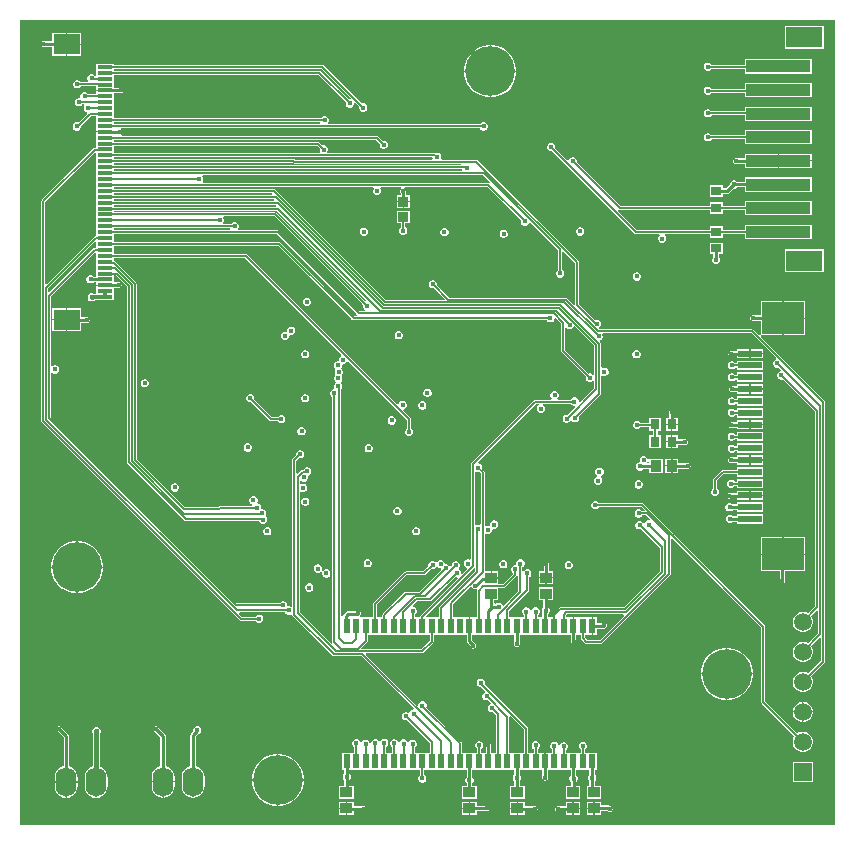
<source format=gbl>
G04*
G04 #@! TF.GenerationSoftware,Altium Limited,Altium Designer,23.3.1 (30)*
G04*
G04 Layer_Physical_Order=4*
G04 Layer_Color=16711680*
%FSLAX44Y44*%
%MOMM*%
G71*
G04*
G04 #@! TF.SameCoordinates,1E3CE245-77AB-4D3B-BECC-05931035AD6D*
G04*
G04*
G04 #@! TF.FilePolarity,Positive*
G04*
G01*
G75*
%ADD15R,1.0000X0.9000*%
%ADD16R,0.9000X1.0000*%
%ADD20R,0.8000X0.9000*%
%ADD21R,0.9000X0.8000*%
%ADD29R,0.9500X0.8500*%
%ADD52C,0.1270*%
%ADD53C,0.3810*%
%ADD54C,0.2540*%
%ADD55C,0.2032*%
%ADD56C,4.2000*%
%ADD57R,1.5000X1.5000*%
%ADD58C,1.5000*%
%ADD59O,1.7500X2.5000*%
%ADD60C,0.4000*%
%ADD61R,2.0000X0.6100*%
%ADD62R,3.6000X2.6800*%
%ADD63R,0.6000X1.2950*%
%ADD64R,1.3000X0.3000*%
%ADD65R,2.2000X1.8000*%
%ADD66R,3.1000X1.7000*%
%ADD67R,5.5000X1.0000*%
%ADD68C,0.3048*%
G36*
X691381Y2039D02*
X2039D01*
Y683761D01*
X691381D01*
Y2039D01*
D02*
G37*
%LPC*%
G36*
X53256Y672870D02*
X41748D01*
Y663362D01*
X53256D01*
Y672870D01*
D02*
G37*
G36*
X682406Y678216D02*
X649374D01*
Y659184D01*
X682406D01*
Y678216D01*
D02*
G37*
G36*
X53256Y662346D02*
X41748D01*
Y652838D01*
X53256D01*
Y662346D01*
D02*
G37*
G36*
X40732Y672870D02*
X29224D01*
Y665525D01*
X21590D01*
X20698Y665347D01*
X19942Y664842D01*
X19437Y664086D01*
X19259Y663194D01*
X19437Y662302D01*
X19942Y661546D01*
X20698Y661041D01*
X21590Y660863D01*
X29224D01*
Y652838D01*
X40732D01*
Y662854D01*
Y672870D01*
D02*
G37*
G36*
X672406Y650216D02*
X615374D01*
Y645573D01*
X587291D01*
X587167Y645873D01*
X586183Y646857D01*
X584896Y647390D01*
X583504D01*
X582217Y646857D01*
X581233Y645873D01*
X580700Y644586D01*
Y643194D01*
X581233Y641907D01*
X582217Y640923D01*
X583504Y640390D01*
X584896D01*
X586183Y640923D01*
X587167Y641907D01*
X587291Y642207D01*
X615374D01*
Y638184D01*
X672406D01*
Y650216D01*
D02*
G37*
G36*
X402168Y662016D02*
X400508D01*
Y640508D01*
X422016D01*
Y642168D01*
X421170Y646422D01*
X419510Y650428D01*
X417101Y654034D01*
X414034Y657101D01*
X410429Y659510D01*
X406422Y661170D01*
X402168Y662016D01*
D02*
G37*
G36*
X399492D02*
X397832D01*
X393578Y661170D01*
X389571Y659510D01*
X385966Y657101D01*
X382899Y654034D01*
X380490Y650428D01*
X378830Y646422D01*
X377984Y642168D01*
Y640508D01*
X399492D01*
Y662016D01*
D02*
G37*
G36*
X81256Y646370D02*
X66224D01*
Y636862D01*
X64954Y636355D01*
X64328Y636981D01*
X63042Y637514D01*
X61649D01*
X60363Y636981D01*
X59378Y635996D01*
X58845Y634710D01*
Y633317D01*
X59378Y632031D01*
X59450Y631959D01*
X58924Y630689D01*
X53192D01*
X53005Y631141D01*
X52021Y632125D01*
X50734Y632658D01*
X49342D01*
X48055Y632125D01*
X47071Y631141D01*
X46538Y629854D01*
Y628462D01*
X47071Y627175D01*
X48055Y626191D01*
X49342Y625658D01*
X50734D01*
X52021Y626191D01*
X53005Y627175D01*
X53066Y627323D01*
X66224D01*
Y624362D01*
X73740D01*
Y623346D01*
X66224D01*
Y620609D01*
X59509D01*
X59355Y620981D01*
X58371Y621965D01*
X57084Y622498D01*
X55692D01*
X54405Y621965D01*
X53421Y620981D01*
X52888Y619694D01*
Y618532D01*
X52630Y618076D01*
X51879Y617418D01*
X50866D01*
X49579Y616885D01*
X48595Y615901D01*
X48062Y614614D01*
Y613222D01*
X48595Y611935D01*
X49579Y610951D01*
X50866Y610418D01*
X52258D01*
X53545Y610951D01*
X54529Y611935D01*
X54627Y612173D01*
X55813D01*
X56327Y610933D01*
X56215Y610821D01*
X55682Y609534D01*
Y608142D01*
X56215Y606855D01*
X57199Y605871D01*
X58383Y605381D01*
X58625Y604872D01*
X58866Y604068D01*
X51302Y596504D01*
X50480Y596844D01*
X49088D01*
X47801Y596311D01*
X46817Y595327D01*
X46284Y594040D01*
Y592648D01*
X46817Y591361D01*
X47801Y590377D01*
X49088Y589844D01*
X50480D01*
X51767Y590377D01*
X52751Y591361D01*
X53284Y592648D01*
Y593725D01*
X61730Y602171D01*
X66224D01*
Y596338D01*
Y589362D01*
X73740D01*
Y588346D01*
X66224D01*
Y586338D01*
Y575215D01*
X65024D01*
X64380Y575087D01*
X63834Y574722D01*
X20400Y531288D01*
X20035Y530742D01*
X19907Y530098D01*
Y343916D01*
X20035Y343272D01*
X20400Y342726D01*
X187786Y175340D01*
X188332Y174975D01*
X188976Y174847D01*
X201125D01*
X201249Y174547D01*
X202233Y173563D01*
X203520Y173030D01*
X204912D01*
X206199Y173563D01*
X207183Y174547D01*
X207716Y175834D01*
Y177226D01*
X207183Y178513D01*
X206199Y179497D01*
X204912Y180030D01*
X203520D01*
X202233Y179497D01*
X201249Y178513D01*
X201125Y178213D01*
X189673D01*
X187101Y180785D01*
X187587Y181959D01*
X226017D01*
X226141Y181659D01*
X227125Y180675D01*
X228412Y180142D01*
X229804D01*
X230981Y180629D01*
X231535Y180431D01*
X232251Y180039D01*
Y179832D01*
X232379Y179188D01*
X232744Y178642D01*
X266018Y145368D01*
X266564Y145003D01*
X267208Y144875D01*
X290895D01*
X335016Y100753D01*
X334490Y99483D01*
X334300D01*
X333014Y98951D01*
X332029Y97966D01*
X331781Y97367D01*
X330421Y96952D01*
X330347Y96971D01*
X329118Y97480D01*
X327726D01*
X326439Y96947D01*
X325455Y95963D01*
X324922Y94676D01*
Y93284D01*
X325455Y91997D01*
X326439Y91013D01*
X327726Y90480D01*
X329118D01*
X329417Y90604D01*
X348587Y71435D01*
Y63241D01*
X335947D01*
Y67521D01*
X336247Y67645D01*
X337231Y68629D01*
X337764Y69916D01*
Y71308D01*
X337231Y72595D01*
X336247Y73579D01*
X334960Y74112D01*
X333568D01*
X332281Y73579D01*
X331297Y72595D01*
X331194Y72346D01*
X329819D01*
X329611Y72849D01*
X328627Y73833D01*
X327340Y74366D01*
X325948D01*
X324661Y73833D01*
X323677Y72849D01*
X323268Y71861D01*
X322426Y71831D01*
X321971Y71926D01*
X321483Y73103D01*
X320499Y74087D01*
X319212Y74620D01*
X317820D01*
X316533Y74087D01*
X315549Y73103D01*
X315016Y71816D01*
Y70424D01*
X315549Y69137D01*
X316533Y68153D01*
X316833Y68029D01*
Y63241D01*
X311954D01*
Y68339D01*
X312117Y68407D01*
X313101Y69391D01*
X313634Y70678D01*
Y72070D01*
X313101Y73357D01*
X312117Y74341D01*
X310830Y74874D01*
X309438D01*
X308151Y74341D01*
X307167Y73357D01*
X306959Y72854D01*
X305584D01*
X305481Y73103D01*
X304497Y74087D01*
X303210Y74620D01*
X301818D01*
X300531Y74087D01*
X299547Y73103D01*
X299032Y71860D01*
X298861Y71796D01*
X297744Y71651D01*
X297353Y72595D01*
X296369Y73579D01*
X295082Y74112D01*
X293690D01*
X292403Y73579D01*
X291419Y72595D01*
X291189Y72040D01*
X291156Y72034D01*
X289867Y72167D01*
X289479Y73103D01*
X288495Y74087D01*
X287208Y74620D01*
X285816D01*
X284529Y74087D01*
X283545Y73103D01*
X283012Y71816D01*
Y70424D01*
X283545Y69137D01*
X284529Y68153D01*
X284829Y68029D01*
Y63241D01*
X274254D01*
Y48259D01*
X275939D01*
Y45369D01*
X275324Y44753D01*
X274791Y43467D01*
Y42075D01*
X275324Y40788D01*
X275960Y40152D01*
Y35126D01*
X272114D01*
Y24094D01*
X284146D01*
Y35126D01*
X280622D01*
Y40152D01*
X281258Y40788D01*
X281791Y42075D01*
Y43467D01*
X281258Y44753D01*
X280601Y45410D01*
Y48259D01*
X340709D01*
Y44493D01*
X340409Y44369D01*
X339425Y43385D01*
X338892Y42098D01*
Y40706D01*
X339425Y39419D01*
X340409Y38435D01*
X341696Y37902D01*
X343088D01*
X344375Y38435D01*
X345359Y39419D01*
X345892Y40706D01*
Y42098D01*
X345359Y43385D01*
X344375Y44369D01*
X344075Y44493D01*
Y48259D01*
X379939D01*
Y42751D01*
X379303Y42115D01*
X378770Y40828D01*
Y39436D01*
X379303Y38149D01*
X379939Y37513D01*
Y35126D01*
X376254D01*
Y24094D01*
X388286D01*
Y35126D01*
X384601D01*
Y37513D01*
X385237Y38149D01*
X385770Y39436D01*
Y40828D01*
X385237Y42115D01*
X384601Y42751D01*
Y48259D01*
X397762D01*
Y55750D01*
X398778D01*
Y48259D01*
X420005D01*
Y44463D01*
X419435Y43893D01*
X418902Y42606D01*
Y41214D01*
X419435Y39927D01*
X420071Y39291D01*
Y35126D01*
X416894D01*
Y24094D01*
X428926D01*
Y35126D01*
X424733D01*
Y39291D01*
X425369Y39927D01*
X425902Y41214D01*
Y42606D01*
X425369Y43893D01*
X424667Y44595D01*
Y48259D01*
X444070D01*
Y42041D01*
X444248Y41149D01*
X444753Y40393D01*
X444884Y40262D01*
X445640Y39757D01*
X446532Y39579D01*
X447424Y39757D01*
X448180Y40262D01*
X448685Y41018D01*
X448863Y41910D01*
X448732Y42569D01*
Y48259D01*
X468008D01*
Y43698D01*
X467441Y43131D01*
X466908Y41844D01*
Y40452D01*
X467441Y39165D01*
X468077Y38529D01*
Y35126D01*
X463884D01*
Y24094D01*
X475916D01*
Y35126D01*
X472739D01*
Y38529D01*
X473375Y39165D01*
X473908Y40452D01*
Y41844D01*
X473375Y43131D01*
X472670Y43836D01*
Y48259D01*
X483882D01*
Y44586D01*
X483189Y43893D01*
X482656Y42606D01*
Y41214D01*
X483189Y39927D01*
X483825Y39291D01*
Y35126D01*
X481664D01*
Y24094D01*
X493696D01*
Y35126D01*
X488487D01*
Y39291D01*
X489123Y39927D01*
X489656Y41214D01*
Y42606D01*
X489123Y43893D01*
X488544Y44472D01*
Y48259D01*
X490286D01*
Y63241D01*
X479965D01*
Y65743D01*
X480265Y65867D01*
X481249Y66851D01*
X481782Y68138D01*
Y69530D01*
X481249Y70817D01*
X480265Y71801D01*
X478978Y72334D01*
X477586D01*
X476299Y71801D01*
X475315Y70817D01*
X474782Y69530D01*
Y68138D01*
X475315Y66851D01*
X476299Y65867D01*
X476599Y65743D01*
Y63241D01*
X463963D01*
Y65489D01*
X464263Y65613D01*
X465247Y66597D01*
X465780Y67884D01*
Y69276D01*
X465247Y70563D01*
X464263Y71547D01*
X462976Y72080D01*
X461584D01*
X460297Y71547D01*
X459313Y70563D01*
X458904Y69575D01*
X458062Y69545D01*
X457607Y69640D01*
X457119Y70817D01*
X456135Y71801D01*
X454848Y72334D01*
X453456D01*
X452169Y71801D01*
X451185Y70817D01*
X450652Y69530D01*
Y68138D01*
X451185Y66851D01*
X452169Y65867D01*
X452469Y65743D01*
Y63241D01*
X446778D01*
Y55750D01*
X445762D01*
Y63241D01*
X440087D01*
Y66251D01*
X440387Y66375D01*
X441371Y67359D01*
X441904Y68646D01*
Y70038D01*
X441371Y71325D01*
X440387Y72309D01*
X439100Y72842D01*
X437708D01*
X436421Y72309D01*
X435437Y71325D01*
X434904Y70038D01*
Y68646D01*
X435437Y67359D01*
X436421Y66375D01*
X436721Y66251D01*
Y63241D01*
X431953D01*
Y83324D01*
X431825Y83968D01*
X431460Y84514D01*
X395071Y120903D01*
X395405Y121709D01*
Y123101D01*
X394872Y124388D01*
X393887Y125372D01*
X392601Y125905D01*
X391208D01*
X389922Y125372D01*
X388938Y124388D01*
X388405Y123101D01*
Y121709D01*
X388938Y120422D01*
X389922Y119438D01*
X391208Y118905D01*
X392308D01*
X395549Y115664D01*
X395251Y114166D01*
X394765Y113965D01*
X393781Y112981D01*
X393248Y111694D01*
Y110302D01*
X393781Y109015D01*
X394765Y108031D01*
X396052Y107498D01*
X397444D01*
X397927Y107698D01*
X400121Y105504D01*
X399823Y104006D01*
X399337Y103805D01*
X398353Y102821D01*
X397820Y101534D01*
Y100142D01*
X398353Y98855D01*
X399337Y97871D01*
X400624Y97338D01*
X402016D01*
X402315Y97462D01*
X404587Y95191D01*
Y63241D01*
X400602D01*
Y69591D01*
X400603Y69596D01*
X400425Y70488D01*
X399920Y71244D01*
X399164Y71749D01*
X398272Y71927D01*
X397380Y71749D01*
X396624Y71244D01*
X396623Y71243D01*
X396118Y70487D01*
X395940Y69595D01*
Y63241D01*
X392081D01*
Y66505D01*
X392381Y66629D01*
X393365Y67613D01*
X393898Y68900D01*
Y70292D01*
X393365Y71579D01*
X392381Y72563D01*
X391094Y73096D01*
X389702D01*
X388415Y72563D01*
X387431Y71579D01*
X386898Y70292D01*
Y68900D01*
X387431Y67613D01*
X388415Y66629D01*
X388715Y66505D01*
Y63241D01*
X375953D01*
Y71191D01*
X375825Y71835D01*
X375460Y72381D01*
X345796Y102046D01*
X345919Y102346D01*
Y103738D01*
X345387Y105024D01*
X344402Y106009D01*
X343116Y106542D01*
X341723D01*
X340437Y106009D01*
X339452Y105024D01*
X338919Y103738D01*
Y103407D01*
X337649Y102881D01*
X294543Y145987D01*
X295029Y147161D01*
X341884D01*
X342528Y147289D01*
X343074Y147654D01*
X351460Y156040D01*
X351825Y156586D01*
X351953Y157230D01*
Y162819D01*
X379939D01*
Y157367D01*
X380117Y156475D01*
X380622Y155719D01*
X383383Y152958D01*
X383419Y152778D01*
X383924Y152022D01*
X384680Y151517D01*
X385572Y151339D01*
X386464Y151517D01*
X387220Y152022D01*
X387725Y152778D01*
X387903Y153670D01*
Y154065D01*
X387725Y154957D01*
X387220Y155713D01*
X384601Y158333D01*
Y162819D01*
X420005D01*
Y155260D01*
X420183Y154368D01*
X420688Y153612D01*
X420754Y153546D01*
X421510Y153041D01*
X422402Y152863D01*
X423294Y153041D01*
X424050Y153546D01*
X424555Y154302D01*
X424733Y155194D01*
X424667Y155526D01*
Y162819D01*
X468008D01*
Y157295D01*
X468186Y156403D01*
X468691Y155647D01*
X468760Y155578D01*
X469516Y155073D01*
X470408Y154895D01*
X471300Y155073D01*
X472056Y155578D01*
X472561Y156334D01*
X472739Y157226D01*
X472670Y157573D01*
Y162819D01*
X476586D01*
Y160032D01*
X476715Y159388D01*
X477080Y158842D01*
X480140Y155782D01*
X480686Y155417D01*
X481330Y155289D01*
X493522D01*
X494166Y155417D01*
X494712Y155782D01*
X552116Y213186D01*
X552481Y213732D01*
X552609Y214376D01*
Y244467D01*
X553783Y244953D01*
X629507Y169229D01*
Y105664D01*
X629635Y105020D01*
X630000Y104474D01*
X657358Y77115D01*
X656528Y75677D01*
X655948Y73511D01*
Y71269D01*
X656528Y69103D01*
X657650Y67161D01*
X659235Y65575D01*
X661177Y64454D01*
X663343Y63874D01*
X665585D01*
X667751Y64454D01*
X669693Y65575D01*
X671279Y67161D01*
X672400Y69103D01*
X672980Y71269D01*
Y73511D01*
X672400Y75677D01*
X671279Y77619D01*
X669693Y79205D01*
X667751Y80326D01*
X665585Y80906D01*
X663343D01*
X661177Y80326D01*
X659739Y79496D01*
X632873Y106361D01*
Y169926D01*
X632745Y170570D01*
X632380Y171116D01*
X554831Y248665D01*
X554767Y248987D01*
X554402Y249533D01*
X529949Y273986D01*
X529403Y274351D01*
X528759Y274479D01*
X492041D01*
X491917Y274779D01*
X490933Y275763D01*
X489646Y276296D01*
X488254D01*
X486967Y275763D01*
X485983Y274779D01*
X485450Y273492D01*
Y272100D01*
X485983Y270813D01*
X486967Y269829D01*
X488254Y269296D01*
X489646D01*
X490933Y269829D01*
X491917Y270813D01*
X492041Y271113D01*
X528062D01*
X530634Y268541D01*
X530148Y267367D01*
X528617D01*
X528493Y267667D01*
X527509Y268651D01*
X526222Y269184D01*
X524830D01*
X523543Y268651D01*
X522559Y267667D01*
X522026Y266380D01*
Y264988D01*
X522559Y263701D01*
X523543Y262717D01*
X524830Y262184D01*
X526222D01*
X527509Y262717D01*
X528493Y263701D01*
X528617Y264001D01*
X531941D01*
X534982Y260959D01*
X534827Y260476D01*
X534359Y259786D01*
X533212D01*
X531925Y259253D01*
X530941Y258269D01*
X530680Y257639D01*
X529305D01*
X529255Y257761D01*
X528271Y258745D01*
X526984Y259278D01*
X525592D01*
X524305Y258745D01*
X523321Y257761D01*
X522788Y256474D01*
Y255082D01*
X523321Y253795D01*
X524305Y252811D01*
X525592Y252278D01*
X526984D01*
X527284Y252402D01*
X543401Y236285D01*
Y216415D01*
X513073Y186087D01*
X459232D01*
X458588Y185959D01*
X458042Y185594D01*
X453080Y180632D01*
X452715Y180086D01*
X452587Y179442D01*
Y177801D01*
X448601D01*
Y180351D01*
X448769Y180421D01*
X449753Y181405D01*
X450286Y182692D01*
Y184084D01*
X449753Y185371D01*
X449117Y186007D01*
Y192204D01*
X453056D01*
Y203236D01*
X441024D01*
Y192204D01*
X444455D01*
Y186007D01*
X443819Y185371D01*
X443286Y184084D01*
Y182692D01*
X443819Y181405D01*
X443939Y181285D01*
Y177801D01*
X440016D01*
Y179535D01*
X440316Y179659D01*
X441300Y180643D01*
X441833Y181930D01*
Y183322D01*
X441300Y184609D01*
X440316Y185593D01*
X439029Y186126D01*
X437637D01*
X436350Y185593D01*
X435366Y184609D01*
X434949Y183603D01*
X433660D01*
X433243Y184609D01*
X432259Y185593D01*
X430972Y186126D01*
X429580D01*
X428293Y185593D01*
X427309Y184609D01*
X426776Y183322D01*
Y181930D01*
X427309Y180643D01*
X428293Y179659D01*
X428593Y179535D01*
Y177801D01*
X422778D01*
Y170310D01*
X421762D01*
Y177801D01*
X415957D01*
Y183199D01*
X432482Y199724D01*
X432847Y200270D01*
X432975Y200914D01*
Y211793D01*
X433275Y211917D01*
X434259Y212901D01*
X434792Y214188D01*
Y215580D01*
X434259Y216867D01*
X433275Y217851D01*
X431988Y218384D01*
X430596D01*
X429309Y217851D01*
X428403Y216945D01*
X428024Y216978D01*
X427133Y217309D01*
Y220175D01*
X427433Y220299D01*
X428417Y221283D01*
X428950Y222570D01*
Y223962D01*
X428417Y225249D01*
X427433Y226233D01*
X426146Y226766D01*
X424754D01*
X423467Y226233D01*
X422483Y225249D01*
X421950Y223962D01*
Y223113D01*
X421737Y222450D01*
X420836Y221940D01*
X420182D01*
X418895Y221407D01*
X417911Y220423D01*
X417378Y219136D01*
Y217744D01*
X417911Y216457D01*
X418895Y215473D01*
X418914Y215465D01*
X419059Y214175D01*
X410686Y205802D01*
X406828D01*
Y210604D01*
X400812D01*
Y211112D01*
X400304D01*
Y216628D01*
X395018D01*
Y247969D01*
X395418Y248274D01*
X396288Y248642D01*
X397322Y248214D01*
X398714D01*
X400001Y248747D01*
X400985Y249731D01*
X401518Y251018D01*
Y251777D01*
X402289Y252657D01*
X402691Y252786D01*
X403794D01*
X405081Y253319D01*
X406065Y254303D01*
X406598Y255590D01*
Y256982D01*
X406065Y258269D01*
X405081Y259253D01*
X403794Y259786D01*
X402402D01*
X401115Y259253D01*
X400131Y258269D01*
X399598Y256982D01*
Y256223D01*
X398827Y255343D01*
X398425Y255214D01*
X397322D01*
X396288Y254786D01*
X395418Y255154D01*
X395018Y255459D01*
Y300848D01*
X394960Y301140D01*
X394889Y301493D01*
X394889Y301493D01*
X394524Y302039D01*
X393012Y303551D01*
X393136Y303850D01*
Y305242D01*
X392603Y306529D01*
X391619Y307513D01*
X390332Y308046D01*
X389693D01*
X389167Y309316D01*
X438593Y358743D01*
X440910D01*
X441163Y357473D01*
X440739Y357297D01*
X439755Y356313D01*
X439222Y355026D01*
Y353634D01*
X439755Y352347D01*
X440739Y351363D01*
X442026Y350830D01*
X443418D01*
X444705Y351363D01*
X445689Y352347D01*
X446222Y353634D01*
Y355026D01*
X445689Y356313D01*
X444705Y357297D01*
X444281Y357473D01*
X444534Y358743D01*
X468079D01*
X468203Y358443D01*
X469187Y357459D01*
X470474Y356926D01*
X471345D01*
X471875Y355659D01*
X465555Y349339D01*
X465255Y349463D01*
X463863D01*
X462576Y348931D01*
X461592Y347946D01*
X461059Y346660D01*
Y345267D01*
X461592Y343981D01*
X462576Y342996D01*
X463863Y342463D01*
X465255D01*
X466542Y342996D01*
X467526Y343981D01*
X467533Y343998D01*
X467883Y344139D01*
X468989Y344195D01*
X469695Y343489D01*
X470982Y342956D01*
X472374D01*
X473661Y343489D01*
X474645Y344473D01*
X475178Y345760D01*
Y347152D01*
X475054Y347452D01*
X493188Y365586D01*
X493553Y366132D01*
X493681Y366776D01*
Y381852D01*
X494951Y382454D01*
X495874Y382072D01*
X497266D01*
X498553Y382605D01*
X499537Y383589D01*
X500070Y384876D01*
Y386268D01*
X499537Y387555D01*
X498553Y388539D01*
X497266Y389072D01*
X495874D01*
X494951Y388690D01*
X493681Y389292D01*
Y409385D01*
X493553Y410029D01*
X493188Y410575D01*
X492787Y410976D01*
X493085Y412474D01*
X493571Y412675D01*
X494555Y413660D01*
X495088Y414946D01*
Y416338D01*
X494887Y416824D01*
X495736Y418094D01*
X621180D01*
X641916Y397357D01*
X641552Y395925D01*
X640891Y395651D01*
X639907Y394667D01*
X639374Y393380D01*
Y391988D01*
X639907Y390701D01*
X640891Y389717D01*
X642178Y389184D01*
X643570D01*
X643869Y389308D01*
X645883Y387294D01*
X645827Y386813D01*
X645468Y385914D01*
X644447Y385491D01*
X643463Y384507D01*
X642930Y383220D01*
Y381828D01*
X643463Y380541D01*
X644447Y379557D01*
X645734Y379024D01*
X647126D01*
X647426Y379148D01*
X675227Y351347D01*
Y187133D01*
X669189Y181096D01*
X667751Y181926D01*
X665585Y182506D01*
X663343D01*
X661177Y181926D01*
X659235Y180805D01*
X657650Y179219D01*
X656528Y177277D01*
X655948Y175111D01*
Y172869D01*
X656528Y170703D01*
X657650Y168761D01*
X659235Y167176D01*
X661177Y166054D01*
X663343Y165474D01*
X665585D01*
X667751Y166054D01*
X669693Y167176D01*
X671279Y168761D01*
X672400Y170703D01*
X672980Y172869D01*
Y175111D01*
X672400Y177277D01*
X671570Y178715D01*
X676339Y183485D01*
X677513Y182999D01*
Y164019D01*
X669189Y155695D01*
X667751Y156526D01*
X665585Y157106D01*
X663343D01*
X661177Y156526D01*
X659235Y155405D01*
X657650Y153819D01*
X656528Y151877D01*
X655948Y149711D01*
Y147469D01*
X656528Y145303D01*
X657650Y143361D01*
X659235Y141776D01*
X661177Y140654D01*
X663343Y140074D01*
X665585D01*
X667751Y140654D01*
X669693Y141776D01*
X671279Y143361D01*
X672400Y145303D01*
X672980Y147469D01*
Y149711D01*
X672400Y151877D01*
X671570Y153315D01*
X678625Y160371D01*
X679799Y159885D01*
Y140905D01*
X669189Y130295D01*
X667751Y131126D01*
X665585Y131706D01*
X663343D01*
X661177Y131126D01*
X659235Y130005D01*
X657650Y128419D01*
X656528Y126477D01*
X655948Y124311D01*
Y122069D01*
X656528Y119903D01*
X657650Y117961D01*
X659235Y116376D01*
X661177Y115254D01*
X663343Y114674D01*
X665585D01*
X667751Y115254D01*
X669693Y116376D01*
X671279Y117961D01*
X672400Y119903D01*
X672980Y122069D01*
Y124311D01*
X672400Y126477D01*
X671570Y127915D01*
X682672Y139018D01*
X683037Y139564D01*
X683165Y140208D01*
Y360172D01*
X683037Y360816D01*
X682672Y361362D01*
X628830Y415204D01*
X629356Y416474D01*
X629760Y416474D01*
X647252D01*
Y430890D01*
Y445306D01*
X628744D01*
Y433623D01*
X622046D01*
X621154Y433445D01*
X620398Y432940D01*
X619893Y432184D01*
X619715Y431292D01*
X619893Y430400D01*
X620398Y429644D01*
X621154Y429139D01*
X622046Y428961D01*
X628744D01*
Y417521D01*
X628744Y417087D01*
X627474Y416561D01*
X623067Y420967D01*
X622521Y421332D01*
X621877Y421460D01*
X492487D01*
X492068Y421970D01*
X492007Y423320D01*
X492991Y424304D01*
X493524Y425590D01*
Y426983D01*
X492991Y428269D01*
X492007Y429254D01*
X490720Y429787D01*
X489328D01*
X488755Y429549D01*
X475139Y443165D01*
Y478213D01*
X475011Y478857D01*
X474646Y479403D01*
X389304Y564745D01*
X388758Y565110D01*
X388114Y565238D01*
X359240D01*
X358391Y566508D01*
X358592Y566994D01*
Y568386D01*
X358059Y569673D01*
X357075Y570657D01*
X355788Y571190D01*
X354396D01*
X353109Y570657D01*
X352989Y570537D01*
X262323D01*
X261793Y571803D01*
X262326Y573090D01*
Y574482D01*
X261793Y575769D01*
X260809Y576753D01*
X259522Y577286D01*
X258130D01*
X257831Y577162D01*
X254949Y580044D01*
X254402Y580409D01*
X253758Y580537D01*
X81256D01*
Y582171D01*
X302925D01*
X306250Y578845D01*
X306126Y578546D01*
Y577154D01*
X306659Y575867D01*
X307643Y574883D01*
X308930Y574350D01*
X310322D01*
X311609Y574883D01*
X312593Y575867D01*
X313126Y577154D01*
Y578546D01*
X312593Y579833D01*
X311609Y580817D01*
X310322Y581350D01*
X308930D01*
X308631Y581226D01*
X304812Y585044D01*
X304266Y585409D01*
X303622Y585537D01*
X88046D01*
X87661Y586807D01*
X87754Y586870D01*
X88259Y587626D01*
X88437Y588518D01*
X88259Y589410D01*
X87754Y590166D01*
X87586Y590334D01*
X87120Y590646D01*
X87433Y591916D01*
X391011D01*
X391241Y591361D01*
X392225Y590377D01*
X393512Y589844D01*
X394904D01*
X396191Y590377D01*
X397175Y591361D01*
X397708Y592648D01*
Y594040D01*
X397175Y595327D01*
X396191Y596311D01*
X394904Y596844D01*
X393512D01*
X392225Y596311D01*
X391241Y595327D01*
X391222Y595282D01*
X262948D01*
X262422Y596552D01*
X262512Y596642D01*
X263045Y597929D01*
Y599321D01*
X262512Y600607D01*
X261528Y601592D01*
X260241Y602125D01*
X258849D01*
X257563Y601592D01*
X256578Y600607D01*
X256501Y600423D01*
X81256D01*
Y611338D01*
Y621508D01*
X86793D01*
X86868Y621493D01*
X87760Y621671D01*
X88516Y622176D01*
X89021Y622932D01*
X89199Y623824D01*
X89021Y624716D01*
X88516Y625472D01*
X88501Y625487D01*
X87745Y625992D01*
X86853Y626170D01*
X81256D01*
Y637171D01*
X254275D01*
X277548Y613898D01*
X277424Y613598D01*
Y612206D01*
X277957Y610919D01*
X278941Y609935D01*
X280228Y609402D01*
X281620D01*
X282907Y609935D01*
X283891Y610919D01*
X284424Y612206D01*
Y613099D01*
X285675Y613645D01*
X288978Y610341D01*
X288854Y610042D01*
Y608650D01*
X289387Y607363D01*
X290371Y606379D01*
X291658Y605846D01*
X293050D01*
X294337Y606379D01*
X295321Y607363D01*
X295854Y608650D01*
Y610042D01*
X295321Y611329D01*
X294337Y612313D01*
X293050Y612846D01*
X291658D01*
X291359Y612722D01*
X259036Y645044D01*
X258490Y645409D01*
X257846Y645537D01*
X81256D01*
Y646370D01*
D02*
G37*
G36*
X672406Y630216D02*
X615374D01*
Y625253D01*
X587291D01*
X587167Y625553D01*
X586183Y626537D01*
X584896Y627070D01*
X583504D01*
X582217Y626537D01*
X581233Y625553D01*
X580700Y624266D01*
Y622874D01*
X581233Y621587D01*
X582217Y620603D01*
X583504Y620070D01*
X584896D01*
X586183Y620603D01*
X587167Y621587D01*
X587291Y621887D01*
X615374D01*
Y618184D01*
X672406D01*
Y630216D01*
D02*
G37*
G36*
X422016Y639492D02*
X400508D01*
Y617984D01*
X402168D01*
X406422Y618830D01*
X410429Y620490D01*
X414034Y622899D01*
X417101Y625966D01*
X419510Y629571D01*
X421170Y633578D01*
X422016Y637832D01*
Y639492D01*
D02*
G37*
G36*
X399492D02*
X377984D01*
Y637832D01*
X378830Y633578D01*
X380490Y629571D01*
X382899Y625966D01*
X385966Y622899D01*
X389571Y620490D01*
X393578Y618830D01*
X397832Y617984D01*
X399492D01*
Y639492D01*
D02*
G37*
G36*
X672406Y610216D02*
X615374D01*
Y606203D01*
X587291D01*
X587167Y606503D01*
X586183Y607487D01*
X584896Y608020D01*
X583504D01*
X582217Y607487D01*
X581233Y606503D01*
X580700Y605216D01*
Y603824D01*
X581233Y602537D01*
X582217Y601553D01*
X583504Y601020D01*
X584896D01*
X586183Y601553D01*
X587167Y602537D01*
X587291Y602837D01*
X615374D01*
Y598184D01*
X672406D01*
Y610216D01*
D02*
G37*
G36*
Y590216D02*
X615374D01*
Y585883D01*
X587291D01*
X587167Y586183D01*
X586183Y587167D01*
X584896Y587700D01*
X583504D01*
X582217Y587167D01*
X581233Y586183D01*
X580700Y584896D01*
Y583504D01*
X581233Y582217D01*
X582217Y581233D01*
X583504Y580700D01*
X584896D01*
X586183Y581233D01*
X587167Y582217D01*
X587291Y582517D01*
X615374D01*
Y578184D01*
X672406D01*
Y590216D01*
D02*
G37*
G36*
Y570216D02*
X644398D01*
Y564708D01*
X672406D01*
Y570216D01*
D02*
G37*
G36*
Y563692D02*
X644398D01*
Y558184D01*
X672406D01*
Y563692D01*
D02*
G37*
G36*
X643382Y570216D02*
X615374D01*
Y566465D01*
X607568D01*
X606676Y566287D01*
X605920Y565782D01*
X605415Y565026D01*
X605237Y564134D01*
X605415Y563242D01*
X605920Y562486D01*
X606676Y561981D01*
X607568Y561803D01*
X615374D01*
Y558184D01*
X643382D01*
Y564200D01*
Y570216D01*
D02*
G37*
G36*
X672406Y550216D02*
X615374D01*
Y546653D01*
X608917D01*
X608281Y547289D01*
X606994Y547822D01*
X605602D01*
X604315Y547289D01*
X603331Y546305D01*
X602798Y545018D01*
Y544118D01*
X599520Y540841D01*
X596574D01*
Y543526D01*
X585542D01*
Y533494D01*
X596574D01*
Y536179D01*
X600486D01*
X601378Y536357D01*
X602134Y536862D01*
X606094Y540822D01*
X606994D01*
X608281Y541355D01*
X608917Y541991D01*
X615374D01*
Y538184D01*
X672406D01*
Y550216D01*
D02*
G37*
G36*
X452054Y579572D02*
X450662D01*
X449375Y579039D01*
X448391Y578055D01*
X447858Y576768D01*
Y575376D01*
X448391Y574089D01*
X449375Y573105D01*
X450662Y572572D01*
X452054D01*
X452354Y572696D01*
X456743Y568306D01*
X456744Y568306D01*
X464204Y560845D01*
X464210Y560816D01*
X464575Y560270D01*
X521835Y503010D01*
X522381Y502645D01*
X523025Y502517D01*
X542938D01*
X543261Y501586D01*
X543287Y501247D01*
X542371Y500331D01*
X541838Y499044D01*
Y497652D01*
X542371Y496365D01*
X543355Y495381D01*
X544642Y494848D01*
X546034D01*
X547321Y495381D01*
X548305Y496365D01*
X548838Y497652D01*
Y499044D01*
X548305Y500331D01*
X547389Y501247D01*
X547415Y501586D01*
X547738Y502517D01*
X585542D01*
Y499062D01*
X596574D01*
Y502517D01*
X615374D01*
Y498184D01*
X672406D01*
Y510216D01*
X615374D01*
Y505883D01*
X596574D01*
Y509094D01*
X585542D01*
Y505883D01*
X523722D01*
X507495Y522110D01*
X508390Y523010D01*
X508936Y522645D01*
X509580Y522517D01*
X585542D01*
Y519494D01*
X596574D01*
Y522517D01*
X615374D01*
Y518184D01*
X672406D01*
Y530216D01*
X615374D01*
Y525883D01*
X596574D01*
Y529526D01*
X585542D01*
Y525883D01*
X510278D01*
X473276Y562885D01*
X473400Y563184D01*
Y564576D01*
X472867Y565863D01*
X471883Y566847D01*
X470596Y567380D01*
X469204D01*
X467917Y566847D01*
X466933Y565863D01*
X466585Y565022D01*
X465227Y564584D01*
X459124Y570687D01*
X459124Y570687D01*
X454734Y575076D01*
X454858Y575376D01*
Y576768D01*
X454325Y578055D01*
X453341Y579039D01*
X452054Y579572D01*
D02*
G37*
G36*
X476692Y507944D02*
X475300D01*
X474013Y507411D01*
X473029Y506427D01*
X472496Y505140D01*
Y503748D01*
X473029Y502461D01*
X474013Y501477D01*
X475300Y500944D01*
X476692D01*
X477979Y501477D01*
X478963Y502461D01*
X479496Y503748D01*
Y505140D01*
X478963Y506427D01*
X477979Y507411D01*
X476692Y507944D01*
D02*
G37*
G36*
X596574Y495094D02*
X585542D01*
Y485062D01*
X588727D01*
Y482933D01*
X588091Y482297D01*
X587558Y481010D01*
Y479618D01*
X588091Y478331D01*
X589075Y477347D01*
X590362Y476814D01*
X591754D01*
X593041Y477347D01*
X594025Y478331D01*
X594558Y479618D01*
Y481010D01*
X594025Y482297D01*
X593389Y482933D01*
Y485062D01*
X596574D01*
Y495094D01*
D02*
G37*
G36*
X682406Y489216D02*
X649374D01*
Y470184D01*
X682406D01*
Y489216D01*
D02*
G37*
G36*
X524698Y469844D02*
X523306D01*
X522019Y469311D01*
X521035Y468327D01*
X520502Y467040D01*
Y465648D01*
X521035Y464361D01*
X522019Y463377D01*
X523306Y462844D01*
X524698D01*
X525985Y463377D01*
X526969Y464361D01*
X527502Y465648D01*
Y467040D01*
X526969Y468327D01*
X525985Y469311D01*
X524698Y469844D01*
D02*
G37*
G36*
X666776Y445306D02*
X648268D01*
Y431398D01*
X666776D01*
Y445306D01*
D02*
G37*
G36*
Y430382D02*
X648268D01*
Y416474D01*
X666776D01*
Y430382D01*
D02*
G37*
G36*
X619252Y405056D02*
X608744D01*
Y403359D01*
X603950D01*
X603758Y403397D01*
X602866Y403219D01*
X602110Y402714D01*
X601605Y401958D01*
X601427Y401066D01*
X601605Y400174D01*
X602110Y399418D01*
X602148Y399380D01*
X602904Y398875D01*
X603796Y398697D01*
X608744D01*
Y396924D01*
X619252D01*
Y400990D01*
Y405056D01*
D02*
G37*
G36*
X630776D02*
X620268D01*
Y401498D01*
X630776D01*
Y405056D01*
D02*
G37*
G36*
X524444Y404058D02*
X523052D01*
X521765Y403525D01*
X520781Y402541D01*
X520248Y401254D01*
Y399862D01*
X520781Y398575D01*
X521765Y397591D01*
X523052Y397058D01*
X524444D01*
X525731Y397591D01*
X526715Y398575D01*
X527248Y399862D01*
Y401254D01*
X526715Y402541D01*
X525731Y403525D01*
X524444Y404058D01*
D02*
G37*
G36*
X630776Y400482D02*
X620268D01*
Y396924D01*
X630776D01*
Y400482D01*
D02*
G37*
G36*
Y395056D02*
X608744D01*
Y393427D01*
X607550Y393157D01*
X607474Y393156D01*
X606503Y394127D01*
X605216Y394660D01*
X603824D01*
X602537Y394127D01*
X601553Y393143D01*
X601020Y391856D01*
Y390464D01*
X601553Y389177D01*
X602537Y388193D01*
X603824Y387660D01*
X605216D01*
X606503Y388193D01*
X607474Y389164D01*
X607550Y389163D01*
X608744Y388893D01*
Y386924D01*
X630776D01*
Y395056D01*
D02*
G37*
G36*
Y385056D02*
X608744D01*
Y383267D01*
X607550Y382997D01*
X607474Y382996D01*
X606503Y383967D01*
X605216Y384500D01*
X603824D01*
X602537Y383967D01*
X601553Y382983D01*
X601020Y381696D01*
Y380304D01*
X601553Y379017D01*
X602537Y378033D01*
X603824Y377500D01*
X605216D01*
X606503Y378033D01*
X607474Y379004D01*
X607550Y379003D01*
X608744Y378733D01*
Y376924D01*
X630776D01*
Y385056D01*
D02*
G37*
G36*
Y375056D02*
X620268D01*
Y371498D01*
X630776D01*
Y375056D01*
D02*
G37*
G36*
Y370482D02*
X620268D01*
Y366924D01*
X630776D01*
Y370482D01*
D02*
G37*
G36*
X619252Y375056D02*
X608744D01*
Y373246D01*
X604341D01*
X603449Y373068D01*
X602693Y372563D01*
X602618Y372488D01*
X602113Y371732D01*
X601935Y370840D01*
X602113Y369948D01*
X602618Y369192D01*
X603374Y368687D01*
X604266Y368509D01*
X604643Y368584D01*
X608744D01*
Y366924D01*
X619252D01*
Y370990D01*
Y375056D01*
D02*
G37*
G36*
X630776Y365056D02*
X608744D01*
Y362947D01*
X607550Y362677D01*
X607474Y362676D01*
X606503Y363647D01*
X605216Y364180D01*
X603824D01*
X602537Y363647D01*
X601553Y362663D01*
X601020Y361376D01*
Y359984D01*
X601553Y358697D01*
X602537Y357713D01*
X603824Y357180D01*
X605216D01*
X606503Y357713D01*
X607474Y358684D01*
X607550Y358683D01*
X608744Y358413D01*
Y356924D01*
X630776D01*
Y365056D01*
D02*
G37*
G36*
Y355056D02*
X608744D01*
Y353295D01*
X607550Y353025D01*
X607474Y353024D01*
X606503Y353995D01*
X605216Y354528D01*
X603824D01*
X602537Y353995D01*
X601553Y353011D01*
X601020Y351724D01*
Y350332D01*
X601553Y349045D01*
X602537Y348061D01*
X603824Y347528D01*
X605216D01*
X606503Y348061D01*
X607474Y349032D01*
X607550Y349031D01*
X608744Y348761D01*
Y346924D01*
X630776D01*
Y355056D01*
D02*
G37*
G36*
X544624Y346638D02*
X534592D01*
Y342686D01*
X527134D01*
X526239Y343581D01*
X524952Y344114D01*
X523560D01*
X522273Y343581D01*
X521289Y342597D01*
X520756Y341310D01*
Y339918D01*
X521289Y338631D01*
X522273Y337647D01*
X523560Y337114D01*
X524952D01*
X526239Y337647D01*
X527134Y338542D01*
X534592D01*
Y335606D01*
X537424D01*
Y331906D01*
X534480D01*
Y320874D01*
X544512D01*
Y331906D01*
X541568D01*
Y335606D01*
X544624D01*
Y346638D01*
D02*
G37*
G36*
X553466Y353613D02*
X552574Y353435D01*
X551818Y352930D01*
X551313Y352174D01*
X551135Y351282D01*
Y346638D01*
X548592D01*
Y341630D01*
X553608D01*
X558624D01*
Y346638D01*
X555797D01*
Y351282D01*
X555619Y352174D01*
X555114Y352930D01*
X554358Y353435D01*
X553466Y353613D01*
D02*
G37*
G36*
X630776Y345056D02*
X620268D01*
Y341498D01*
X630776D01*
Y345056D01*
D02*
G37*
G36*
Y340482D02*
X620268D01*
Y336924D01*
X630776D01*
Y340482D01*
D02*
G37*
G36*
X619252Y345056D02*
X608744D01*
Y343133D01*
X604200D01*
X603308Y342955D01*
X602552Y342450D01*
X602364Y342262D01*
X601859Y341506D01*
X601681Y340614D01*
X601859Y339722D01*
X602364Y338966D01*
X603120Y338461D01*
X604012Y338283D01*
X604904Y338461D01*
X604920Y338471D01*
X608744D01*
Y336924D01*
X619252D01*
Y340990D01*
Y345056D01*
D02*
G37*
G36*
X558624Y340614D02*
X554116D01*
Y335606D01*
X558624D01*
Y340614D01*
D02*
G37*
G36*
X553100D02*
X548592D01*
Y335606D01*
X553100D01*
Y340614D01*
D02*
G37*
G36*
X630776Y335056D02*
X608744D01*
Y332391D01*
X607357D01*
X607233Y332691D01*
X606249Y333675D01*
X604962Y334208D01*
X603570D01*
X602283Y333675D01*
X601299Y332691D01*
X600766Y331404D01*
Y330012D01*
X601299Y328725D01*
X602283Y327741D01*
X603570Y327208D01*
X604962D01*
X606249Y327741D01*
X607233Y328725D01*
X607357Y329025D01*
X608744D01*
Y326924D01*
X630776D01*
Y335056D01*
D02*
G37*
G36*
X552988Y331906D02*
X548480D01*
Y326898D01*
X552988D01*
Y331906D01*
D02*
G37*
G36*
X630776Y325056D02*
X608744D01*
Y322815D01*
X607550Y322545D01*
X607474Y322544D01*
X606503Y323515D01*
X605216Y324048D01*
X603824D01*
X602537Y323515D01*
X601553Y322531D01*
X601020Y321244D01*
Y319852D01*
X601553Y318565D01*
X602537Y317581D01*
X603824Y317048D01*
X605216D01*
X606503Y317581D01*
X607474Y318552D01*
X607550Y318551D01*
X608744Y318281D01*
Y316924D01*
X630776D01*
Y325056D01*
D02*
G37*
G36*
X558512Y331906D02*
X554004D01*
Y326390D01*
Y320874D01*
X558512D01*
Y323805D01*
X565150D01*
X566042Y323983D01*
X566798Y324488D01*
X567303Y325244D01*
X567481Y326136D01*
X567303Y327028D01*
X566798Y327784D01*
X566042Y328289D01*
X565150Y328467D01*
X558512D01*
Y331906D01*
D02*
G37*
G36*
X552988Y325882D02*
X548480D01*
Y320874D01*
X552988D01*
Y325882D01*
D02*
G37*
G36*
X630776Y315056D02*
X620268D01*
Y311498D01*
X630776D01*
Y315056D01*
D02*
G37*
G36*
Y310482D02*
X620268D01*
Y306924D01*
X630776D01*
Y310482D01*
D02*
G37*
G36*
X619252Y315056D02*
X608744D01*
Y313274D01*
X603551D01*
X602659Y313096D01*
X601903Y312591D01*
X601856Y312544D01*
X601351Y311788D01*
X601173Y310896D01*
X601351Y310004D01*
X601856Y309248D01*
X602612Y308743D01*
X603504Y308565D01*
X603740Y308612D01*
X608744D01*
Y306924D01*
X619252D01*
Y310990D01*
Y315056D01*
D02*
G37*
G36*
X553212Y312086D02*
X548204D01*
Y306578D01*
X553212D01*
Y312086D01*
D02*
G37*
G36*
X559236D02*
X554228D01*
Y306070D01*
Y300054D01*
X559236D01*
Y303739D01*
X567182D01*
X568074Y303917D01*
X568830Y304422D01*
X569335Y305178D01*
X569513Y306070D01*
X569335Y306962D01*
X568830Y307718D01*
X568074Y308223D01*
X567182Y308401D01*
X559236D01*
Y312086D01*
D02*
G37*
G36*
X553212Y305562D02*
X548204D01*
Y300054D01*
X553212D01*
Y305562D01*
D02*
G37*
G36*
X530540Y314396D02*
X529148D01*
X527861Y313863D01*
X526877Y312879D01*
X526344Y311592D01*
Y310200D01*
X525500Y308919D01*
X524559Y308529D01*
X523575Y307545D01*
X523042Y306258D01*
Y304866D01*
X523575Y303579D01*
X524559Y302595D01*
X525846Y302062D01*
X527238D01*
X528525Y302595D01*
X529161Y303231D01*
X534704D01*
Y300054D01*
X545736D01*
Y312086D01*
X534704D01*
Y308258D01*
X533434Y308094D01*
X533279Y308297D01*
X532915Y309163D01*
X533344Y310200D01*
Y311592D01*
X532811Y312879D01*
X531827Y313863D01*
X530540Y314396D01*
D02*
G37*
G36*
X630776Y305056D02*
X608744D01*
Y302673D01*
X596900D01*
X596256Y302545D01*
X595710Y302180D01*
X589106Y295576D01*
X588741Y295030D01*
X588613Y294386D01*
Y287063D01*
X588313Y286939D01*
X587329Y285955D01*
X586796Y284668D01*
Y283276D01*
X587329Y281989D01*
X588313Y281005D01*
X589600Y280472D01*
X590992D01*
X592279Y281005D01*
X593263Y281989D01*
X593796Y283276D01*
Y284668D01*
X593263Y285955D01*
X592279Y286939D01*
X591979Y287063D01*
Y293689D01*
X597597Y299307D01*
X608744D01*
Y296924D01*
X630776D01*
Y305056D01*
D02*
G37*
G36*
Y295056D02*
X608744D01*
Y292513D01*
X606849D01*
X606725Y292813D01*
X605741Y293797D01*
X604454Y294330D01*
X603062D01*
X601775Y293797D01*
X600791Y292813D01*
X600258Y291526D01*
Y290134D01*
X600791Y288847D01*
X601775Y287863D01*
X603062Y287330D01*
X604454D01*
X605741Y287863D01*
X606725Y288847D01*
X606849Y289147D01*
X608744D01*
Y286924D01*
X630776D01*
Y295056D01*
D02*
G37*
G36*
X493054Y304483D02*
X491661D01*
X490375Y303950D01*
X489390Y302966D01*
X488858Y301679D01*
Y300287D01*
X489390Y299000D01*
X490335Y298055D01*
X490346Y297994D01*
X490339Y297775D01*
X490181Y296721D01*
X489253Y296337D01*
X488269Y295353D01*
X487736Y294066D01*
Y292674D01*
X488269Y291387D01*
X489253Y290403D01*
X490540Y289870D01*
X491932D01*
X493219Y290403D01*
X494203Y291387D01*
X494736Y292674D01*
Y294066D01*
X494203Y295353D01*
X493258Y296297D01*
X493248Y296358D01*
X493255Y296578D01*
X493413Y297631D01*
X494340Y298016D01*
X495325Y299000D01*
X495858Y300287D01*
Y301679D01*
X495325Y302966D01*
X494340Y303950D01*
X493054Y304483D01*
D02*
G37*
G36*
X526222Y293822D02*
X524830D01*
X523543Y293289D01*
X522559Y292305D01*
X522026Y291018D01*
Y289626D01*
X522559Y288339D01*
X523543Y287355D01*
X524830Y286822D01*
X526222D01*
X527509Y287355D01*
X528493Y288339D01*
X529026Y289626D01*
Y291018D01*
X528493Y292305D01*
X527509Y293289D01*
X526222Y293822D01*
D02*
G37*
G36*
X630776Y285056D02*
X620268D01*
Y281498D01*
X630776D01*
Y285056D01*
D02*
G37*
G36*
Y280482D02*
X620268D01*
Y276924D01*
X630776D01*
Y280482D01*
D02*
G37*
G36*
X619252Y285056D02*
X608744D01*
Y283161D01*
X602394D01*
X601502Y282983D01*
X600746Y282478D01*
X600586Y282318D01*
X600081Y281562D01*
X599903Y280670D01*
X600081Y279778D01*
X600586Y279022D01*
X601342Y278517D01*
X602234Y278339D01*
X603038Y278499D01*
X608744D01*
Y276924D01*
X619252D01*
Y280990D01*
Y285056D01*
D02*
G37*
G36*
X630776Y275056D02*
X608744D01*
Y273335D01*
X605121D01*
X604471Y273985D01*
X603184Y274518D01*
X601792D01*
X600505Y273985D01*
X599521Y273001D01*
X598988Y271714D01*
Y270322D01*
X599521Y269035D01*
X600505Y268051D01*
X601792Y267518D01*
X603184D01*
X604471Y268051D01*
X605093Y268673D01*
X608744D01*
Y266924D01*
X630776D01*
Y275056D01*
D02*
G37*
G36*
Y265056D02*
X608744D01*
Y263382D01*
X605422D01*
X604725Y264079D01*
X603438Y264612D01*
X602046D01*
X600759Y264079D01*
X599775Y263095D01*
X599242Y261808D01*
Y260416D01*
X599775Y259129D01*
X600759Y258145D01*
X602046Y257612D01*
X603438D01*
X604725Y258145D01*
X605300Y258720D01*
X608744D01*
Y256924D01*
X630776D01*
Y265056D01*
D02*
G37*
G36*
X666776Y245506D02*
X648268D01*
Y231598D01*
X666776D01*
Y245506D01*
D02*
G37*
G36*
X647252D02*
X628744D01*
Y231598D01*
X647252D01*
Y245506D01*
D02*
G37*
G36*
X52168Y242016D02*
X50508D01*
Y220508D01*
X72016D01*
Y222168D01*
X71170Y226422D01*
X69510Y230429D01*
X67101Y234034D01*
X64034Y237101D01*
X60429Y239510D01*
X56422Y241170D01*
X52168Y242016D01*
D02*
G37*
G36*
X49492D02*
X47832D01*
X43578Y241170D01*
X39571Y239510D01*
X35966Y237101D01*
X32899Y234034D01*
X30490Y230429D01*
X28830Y226422D01*
X27984Y222168D01*
Y220508D01*
X49492D01*
Y242016D01*
D02*
G37*
G36*
X411668Y226258D02*
X410276D01*
X408989Y225725D01*
X408005Y224741D01*
X407472Y223454D01*
Y222062D01*
X408005Y220775D01*
X408989Y219791D01*
X410276Y219258D01*
X411668D01*
X412955Y219791D01*
X413939Y220775D01*
X414472Y222062D01*
Y223454D01*
X413939Y224741D01*
X412955Y225725D01*
X411668Y226258D01*
D02*
G37*
G36*
X467111Y225496D02*
X465719D01*
X464432Y224963D01*
X463448Y223979D01*
X462915Y222692D01*
Y221300D01*
X463448Y220013D01*
X464432Y219029D01*
X465719Y218496D01*
X467111D01*
X468398Y219029D01*
X469382Y220013D01*
X469915Y221300D01*
Y222692D01*
X469382Y223979D01*
X468398Y224963D01*
X467111Y225496D01*
D02*
G37*
G36*
X406828Y216628D02*
X401320D01*
Y211620D01*
X406828D01*
Y216628D01*
D02*
G37*
G36*
X447294Y224835D02*
X446402Y224657D01*
X445646Y224152D01*
X445141Y223396D01*
X444963Y222504D01*
Y216736D01*
X441024D01*
Y211728D01*
X447040D01*
Y211220D01*
D01*
Y211728D01*
X453056D01*
Y216736D01*
X449625D01*
Y222504D01*
X449447Y223396D01*
X448942Y224152D01*
X448186Y224657D01*
X447294Y224835D01*
D02*
G37*
G36*
X666776Y230582D02*
X647760D01*
X628744D01*
Y216674D01*
X644861D01*
Y208788D01*
X645039Y207896D01*
X645544Y207140D01*
X646300Y206635D01*
X647192Y206457D01*
X648084Y206635D01*
X648840Y207140D01*
X649345Y207896D01*
X649523Y208788D01*
Y216674D01*
X666776D01*
Y230582D01*
D02*
G37*
G36*
X453056Y210712D02*
X447548D01*
Y205704D01*
X453056D01*
Y210712D01*
D02*
G37*
G36*
X446532D02*
X441024D01*
Y205704D01*
X446532D01*
Y210712D01*
D02*
G37*
G36*
X72016Y219492D02*
X50508D01*
Y197984D01*
X52168D01*
X56422Y198830D01*
X60429Y200490D01*
X64034Y202899D01*
X67101Y205966D01*
X69510Y209571D01*
X71170Y213578D01*
X72016Y217832D01*
Y219492D01*
D02*
G37*
G36*
X49492D02*
X27984D01*
Y217832D01*
X28830Y213578D01*
X30490Y209571D01*
X32899Y205966D01*
X35966Y202899D01*
X39571Y200490D01*
X43578Y198830D01*
X47832Y197984D01*
X49492D01*
Y219492D01*
D02*
G37*
G36*
X602168Y152016D02*
X600508D01*
Y130508D01*
X622016D01*
Y132168D01*
X621170Y136422D01*
X619510Y140428D01*
X617101Y144034D01*
X614034Y147101D01*
X610429Y149510D01*
X606422Y151170D01*
X602168Y152016D01*
D02*
G37*
G36*
X599492D02*
X597832D01*
X593578Y151170D01*
X589571Y149510D01*
X585966Y147101D01*
X582899Y144034D01*
X580490Y140428D01*
X578830Y136422D01*
X577984Y132168D01*
Y130508D01*
X599492D01*
Y152016D01*
D02*
G37*
G36*
X622016Y129492D02*
X600508D01*
Y107984D01*
X602168D01*
X606422Y108830D01*
X610429Y110490D01*
X614034Y112899D01*
X617101Y115966D01*
X619510Y119572D01*
X621170Y123578D01*
X622016Y127832D01*
Y129492D01*
D02*
G37*
G36*
X599492D02*
X577984D01*
Y127832D01*
X578830Y123578D01*
X580490Y119572D01*
X582899Y115966D01*
X585966Y112899D01*
X589571Y110490D01*
X593578Y108830D01*
X597832Y107984D01*
X599492D01*
Y129492D01*
D02*
G37*
G36*
X665585Y106306D02*
X664972D01*
Y98298D01*
X672980D01*
Y98911D01*
X672400Y101077D01*
X671279Y103019D01*
X669693Y104605D01*
X667751Y105726D01*
X665585Y106306D01*
D02*
G37*
G36*
X663956D02*
X663343D01*
X661177Y105726D01*
X659235Y104605D01*
X657650Y103019D01*
X656528Y101077D01*
X655948Y98911D01*
Y98298D01*
X663956D01*
Y106306D01*
D02*
G37*
G36*
X672980Y97282D02*
X664972D01*
Y89274D01*
X665585D01*
X667751Y89854D01*
X669693Y90976D01*
X671279Y92561D01*
X672400Y94503D01*
X672980Y96669D01*
Y97282D01*
D02*
G37*
G36*
X663956D02*
X655948D01*
Y96669D01*
X656528Y94503D01*
X657650Y92561D01*
X659235Y90976D01*
X661177Y89854D01*
X663343Y89274D01*
X663956D01*
Y97282D01*
D02*
G37*
G36*
X222168Y62016D02*
X220508D01*
Y40508D01*
X242016D01*
Y42168D01*
X241170Y46422D01*
X239510Y50429D01*
X237101Y54034D01*
X234034Y57101D01*
X230429Y59510D01*
X226422Y61170D01*
X222168Y62016D01*
D02*
G37*
G36*
X219492D02*
X217832D01*
X213578Y61170D01*
X209571Y59510D01*
X205966Y57101D01*
X202899Y54034D01*
X200490Y50429D01*
X198830Y46422D01*
X197984Y42168D01*
Y40508D01*
X219492D01*
Y62016D01*
D02*
G37*
G36*
X117094Y85643D02*
X116202Y85465D01*
X115446Y84960D01*
X114941Y84204D01*
X114763Y83312D01*
X114941Y82420D01*
X115446Y81664D01*
X120605Y76505D01*
Y51901D01*
X120387Y51873D01*
X118011Y50889D01*
X115971Y49323D01*
X114405Y47283D01*
X113421Y44907D01*
X113086Y42358D01*
Y39116D01*
X122936D01*
X132786D01*
Y42358D01*
X132451Y44907D01*
X131467Y47283D01*
X129901Y49323D01*
X127861Y50889D01*
X125485Y51873D01*
X125267Y51901D01*
Y77470D01*
X125089Y78362D01*
X124584Y79118D01*
X118742Y84960D01*
X117986Y85465D01*
X117094Y85643D01*
D02*
G37*
G36*
X35052D02*
X34160Y85465D01*
X33404Y84960D01*
X32899Y84204D01*
X32721Y83312D01*
X32899Y82420D01*
X33404Y81664D01*
X38563Y76505D01*
Y51647D01*
X38345Y51619D01*
X35969Y50635D01*
X33929Y49069D01*
X32363Y47029D01*
X31379Y44654D01*
X31044Y42104D01*
Y38862D01*
X40894D01*
X50744D01*
Y42104D01*
X50409Y44654D01*
X49425Y47029D01*
X47859Y49069D01*
X45819Y50635D01*
X43443Y51619D01*
X43225Y51647D01*
Y77470D01*
X43047Y78362D01*
X42542Y79118D01*
X36700Y84960D01*
X35944Y85465D01*
X35052Y85643D01*
D02*
G37*
G36*
X672980Y55506D02*
X655948D01*
Y38474D01*
X672980D01*
Y55506D01*
D02*
G37*
G36*
X132786Y38100D02*
X123444D01*
Y25075D01*
X125485Y25343D01*
X127861Y26327D01*
X129901Y27893D01*
X131467Y29933D01*
X132451Y32308D01*
X132786Y34858D01*
Y38100D01*
D02*
G37*
G36*
X122428D02*
X113086D01*
Y34858D01*
X113421Y32308D01*
X114405Y29933D01*
X115971Y27893D01*
X118011Y26327D01*
X120387Y25343D01*
X122428Y25075D01*
Y38100D01*
D02*
G37*
G36*
X152588Y85796D02*
X151196D01*
X149909Y85263D01*
X148925Y84279D01*
X148392Y82992D01*
Y81697D01*
X146688Y79993D01*
X146183Y79237D01*
X146005Y78345D01*
Y51901D01*
X145787Y51873D01*
X143411Y50889D01*
X141371Y49323D01*
X139805Y47283D01*
X138821Y44907D01*
X138486Y42358D01*
Y34858D01*
X138821Y32308D01*
X139805Y29933D01*
X141371Y27893D01*
X143411Y26327D01*
X145787Y25343D01*
X148336Y25008D01*
X150885Y25343D01*
X153261Y26327D01*
X155301Y27893D01*
X156867Y29933D01*
X157851Y32308D01*
X158186Y34858D01*
Y42358D01*
X157851Y44907D01*
X156867Y47283D01*
X155301Y49323D01*
X153261Y50889D01*
X150885Y51873D01*
X150667Y51901D01*
Y77379D01*
X152083Y78796D01*
X152588D01*
X153875Y79329D01*
X154859Y80313D01*
X155392Y81600D01*
Y82992D01*
X154859Y84279D01*
X153875Y85263D01*
X152588Y85796D01*
D02*
G37*
G36*
X50744Y37846D02*
X41402D01*
Y24821D01*
X43443Y25089D01*
X45819Y26073D01*
X47859Y27639D01*
X49425Y29679D01*
X50409Y32055D01*
X50744Y34604D01*
Y37846D01*
D02*
G37*
G36*
X40386D02*
X31044D01*
Y34604D01*
X31379Y32055D01*
X32363Y29679D01*
X33929Y27639D01*
X35969Y26073D01*
X38345Y25089D01*
X40386Y24821D01*
Y37846D01*
D02*
G37*
G36*
X67305Y84828D02*
X65912D01*
X64626Y84295D01*
X63641Y83311D01*
X63109Y82024D01*
Y80632D01*
X63473Y79752D01*
Y51506D01*
X61369Y50635D01*
X59329Y49069D01*
X57763Y47029D01*
X56779Y44654D01*
X56444Y42104D01*
Y34604D01*
X56779Y32055D01*
X57763Y29679D01*
X59329Y27639D01*
X61369Y26073D01*
X63745Y25089D01*
X66294Y24754D01*
X68843Y25089D01*
X71219Y26073D01*
X73259Y27639D01*
X74825Y29679D01*
X75809Y32055D01*
X76144Y34604D01*
Y42104D01*
X75809Y44654D01*
X74825Y47029D01*
X73259Y49069D01*
X71219Y50635D01*
X69429Y51376D01*
Y79199D01*
X69576Y79346D01*
X70108Y80632D01*
Y82024D01*
X69576Y83311D01*
X68591Y84295D01*
X67305Y84828D01*
D02*
G37*
G36*
X242016Y39492D02*
X220508D01*
Y17984D01*
X222168D01*
X226422Y18830D01*
X230429Y20490D01*
X234034Y22899D01*
X237101Y25966D01*
X239510Y29571D01*
X241170Y33578D01*
X242016Y37832D01*
Y39492D01*
D02*
G37*
G36*
X219492D02*
X197984D01*
Y37832D01*
X198830Y33578D01*
X200490Y29571D01*
X202899Y25966D01*
X205966Y22899D01*
X209571Y20490D01*
X213578Y18830D01*
X217832Y17984D01*
X219492D01*
Y39492D01*
D02*
G37*
G36*
X487172Y21626D02*
X481664D01*
Y16618D01*
X487172D01*
Y21626D01*
D02*
G37*
G36*
X475916D02*
X470408D01*
Y16618D01*
X475916D01*
Y21626D01*
D02*
G37*
G36*
X422402D02*
X416894D01*
Y16618D01*
X422402D01*
Y21626D01*
D02*
G37*
G36*
X381762D02*
X376254D01*
Y16618D01*
X381762D01*
Y21626D01*
D02*
G37*
G36*
X277622D02*
X272114D01*
Y16618D01*
X277622D01*
Y21626D01*
D02*
G37*
G36*
X493696D02*
X488188D01*
Y16110D01*
Y10594D01*
X493696D01*
Y13779D01*
X499198D01*
X499855Y13341D01*
X500747Y13163D01*
X501142D01*
X502034Y13341D01*
X502790Y13846D01*
X503295Y14602D01*
X503473Y15494D01*
X503295Y16386D01*
X502790Y17142D01*
X502034Y17647D01*
X501854Y17683D01*
X501779Y17758D01*
X501023Y18264D01*
X500131Y18441D01*
X493696D01*
Y21626D01*
D02*
G37*
G36*
X487172Y15602D02*
X481664D01*
Y10594D01*
X487172D01*
Y15602D01*
D02*
G37*
G36*
X475916D02*
X470408D01*
Y10594D01*
X475916D01*
Y15602D01*
D02*
G37*
G36*
X469392Y21626D02*
X463884D01*
Y18079D01*
X456946D01*
X456054Y17901D01*
X455298Y17396D01*
X454793Y16640D01*
X454615Y15748D01*
X454793Y14856D01*
X455298Y14100D01*
X456054Y13595D01*
X456946Y13417D01*
X463884D01*
Y10594D01*
X469392D01*
Y16110D01*
Y21626D01*
D02*
G37*
G36*
X428926D02*
X423418D01*
Y16110D01*
Y10594D01*
X428926D01*
Y13417D01*
X437642D01*
X438534Y13595D01*
X439290Y14100D01*
X439795Y14856D01*
X439973Y15748D01*
X439795Y16640D01*
X439290Y17396D01*
X438534Y17901D01*
X437642Y18079D01*
X428926D01*
Y21626D01*
D02*
G37*
G36*
X422402Y15602D02*
X416894D01*
Y10594D01*
X422402D01*
Y15602D01*
D02*
G37*
G36*
X388286Y21626D02*
X382778D01*
Y16110D01*
Y10594D01*
X388286D01*
Y13671D01*
X396748D01*
X397640Y13849D01*
X398396Y14354D01*
X398901Y15110D01*
X399079Y16002D01*
X398901Y16894D01*
X398396Y17650D01*
X397640Y18155D01*
X396748Y18333D01*
X388286D01*
Y21626D01*
D02*
G37*
G36*
X381762Y15602D02*
X376254D01*
Y10594D01*
X381762D01*
Y15602D01*
D02*
G37*
G36*
X284146Y21626D02*
X278638D01*
Y16110D01*
Y10594D01*
X284146D01*
Y13417D01*
X292608D01*
X293500Y13595D01*
X294256Y14100D01*
X294761Y14856D01*
X294939Y15748D01*
X294761Y16640D01*
X294256Y17396D01*
X293500Y17901D01*
X292608Y18079D01*
X284146D01*
Y21626D01*
D02*
G37*
G36*
X277622Y15602D02*
X272114D01*
Y10594D01*
X277622D01*
Y15602D01*
D02*
G37*
%LPD*%
G36*
X281667Y617653D02*
X281121Y616402D01*
X280228D01*
X279928Y616278D01*
X256162Y640044D01*
X255616Y640409D01*
X254972Y640537D01*
X81256D01*
Y642171D01*
X257149D01*
X281667Y617653D01*
D02*
G37*
G36*
X255844Y596552D02*
X255161Y595282D01*
X81256D01*
Y597056D01*
X255512D01*
X255844Y596552D01*
D02*
G37*
G36*
X255450Y574781D02*
X255326Y574482D01*
Y573090D01*
X255859Y571803D01*
X255329Y570537D01*
X81256D01*
Y577170D01*
X253061D01*
X255450Y574781D01*
D02*
G37*
G36*
X351095Y566446D02*
X350344Y565238D01*
X234610D01*
X234354Y565409D01*
X233710Y565537D01*
X81256D01*
Y567170D01*
X350708D01*
X351095Y566446D01*
D02*
G37*
G36*
X233365Y562000D02*
X234009Y561872D01*
X375527D01*
X376206Y560602D01*
X376060Y560383D01*
X81256D01*
Y562171D01*
X233109D01*
X233365Y562000D01*
D02*
G37*
G36*
X376063Y556807D02*
X375525Y555624D01*
X375398Y555537D01*
X81256D01*
Y557017D01*
X375880D01*
X376063Y556807D01*
D02*
G37*
G36*
X399814Y546241D02*
X399005Y545255D01*
X398773Y545409D01*
X398129Y545537D01*
X157059D01*
X156697Y546137D01*
X156445Y546807D01*
X156916Y547944D01*
Y549336D01*
X156383Y550623D01*
X156105Y550901D01*
X156631Y552171D01*
X393885D01*
X399814Y546241D01*
D02*
G37*
G36*
X215372Y536808D02*
X214723Y535537D01*
X81256D01*
Y537170D01*
X215109D01*
X215372Y536808D01*
D02*
G37*
G36*
X217140Y531807D02*
X216492Y530537D01*
X81256D01*
Y532171D01*
X216877D01*
X217140Y531807D01*
D02*
G37*
G36*
X425664Y513939D02*
X425540Y513639D01*
Y512247D01*
X426073Y510961D01*
X427057Y509976D01*
X428344Y509443D01*
X429736D01*
X431022Y509976D01*
X432007Y510961D01*
X432385Y511874D01*
X433713Y512342D01*
X457295Y488761D01*
Y471975D01*
X456995Y471851D01*
X456011Y470867D01*
X455478Y469580D01*
Y468188D01*
X456011Y466901D01*
X456995Y465917D01*
X458282Y465384D01*
X459674D01*
X460961Y465917D01*
X461945Y466901D01*
X462478Y468188D01*
Y469580D01*
X461945Y470867D01*
X460961Y471851D01*
X460661Y471975D01*
Y486968D01*
X461835Y487454D01*
X471773Y477516D01*
Y442867D01*
X470737Y442327D01*
X470543Y442301D01*
X464868Y447976D01*
X464321Y448341D01*
X463677Y448469D01*
X364933D01*
X354658Y458745D01*
X354782Y459044D01*
Y460436D01*
X354249Y461723D01*
X353265Y462707D01*
X351978Y463240D01*
X350586D01*
X349299Y462707D01*
X348315Y461723D01*
X347782Y460436D01*
Y459044D01*
X348315Y457757D01*
X349299Y456773D01*
X350586Y456240D01*
X351978D01*
X352277Y456364D01*
X361285Y447357D01*
X360799Y446183D01*
X311582D01*
X217721Y540044D01*
X217175Y540409D01*
X216531Y540537D01*
X81256D01*
Y542171D01*
X300729D01*
X301255Y540901D01*
X301071Y540717D01*
X300538Y539430D01*
Y538038D01*
X301071Y536751D01*
X302055Y535767D01*
X303342Y535234D01*
X304734D01*
X306021Y535767D01*
X307005Y536751D01*
X307538Y538038D01*
Y539430D01*
X307005Y540717D01*
X306821Y540901D01*
X307347Y542171D01*
X324245D01*
X324630Y540901D01*
X324234Y540636D01*
X323729Y539880D01*
X323551Y538988D01*
Y538593D01*
X323729Y537701D01*
X324059Y537206D01*
Y535006D01*
X320624D01*
Y530248D01*
X332156D01*
Y535006D01*
X328721D01*
Y538085D01*
X328543Y538977D01*
X328076Y539677D01*
X328035Y539880D01*
X327530Y540636D01*
X327134Y540901D01*
X327519Y542171D01*
X397432D01*
X425664Y513939D01*
D02*
G37*
G36*
X218749Y526808D02*
X218070Y525537D01*
X81256D01*
Y527170D01*
X218507D01*
X218749Y526808D01*
D02*
G37*
G36*
X179753Y506808D02*
X179074Y505537D01*
X81256D01*
Y507252D01*
X179456D01*
X179753Y506808D01*
D02*
G37*
G36*
X66224Y570555D02*
Y561338D01*
Y551338D01*
Y541338D01*
Y531338D01*
Y521338D01*
Y511338D01*
Y500537D01*
X65784D01*
X65140Y500409D01*
X64594Y500044D01*
X24447Y459897D01*
X23273Y460383D01*
Y529401D01*
X64954Y571081D01*
X66224Y570555D01*
D02*
G37*
G36*
Y495117D02*
Y490537D01*
X64928D01*
X64284Y490409D01*
X63738Y490044D01*
X26733Y453039D01*
X25559Y453525D01*
Y456249D01*
X64954Y495643D01*
X66224Y495117D01*
D02*
G37*
G36*
X294879Y446707D02*
X294461Y445329D01*
X294014Y445240D01*
X219210Y520044D01*
X218664Y520409D01*
X218019Y520537D01*
X81256D01*
Y522171D01*
X219415D01*
X294879Y446707D01*
D02*
G37*
G36*
X292351Y442142D02*
X292227Y441843D01*
Y440450D01*
X292760Y439164D01*
X293741Y438182D01*
X293741Y438164D01*
X293484Y436912D01*
X289114D01*
X220982Y505045D01*
X220436Y505409D01*
X219792Y505537D01*
X186655D01*
X186129Y506808D01*
X186355Y507033D01*
X186888Y508320D01*
Y509712D01*
X186355Y510999D01*
X185371Y511983D01*
X184084Y512516D01*
X182692D01*
X181405Y511983D01*
X180421Y510999D01*
X180263Y510618D01*
X174369D01*
X173987Y511294D01*
X173771Y511888D01*
X174253Y513052D01*
Y514444D01*
X173720Y515731D01*
X173550Y515901D01*
X174076Y517171D01*
X217322D01*
X292351Y442142D01*
D02*
G37*
G36*
X287227Y434039D02*
X287298Y433991D01*
X286912Y432721D01*
X284923D01*
X222600Y495045D01*
X222054Y495409D01*
X221410Y495537D01*
X81256D01*
Y502171D01*
X219095D01*
X287227Y434039D01*
D02*
G37*
G36*
X488029Y407741D02*
Y383531D01*
X486759Y383061D01*
X486107Y383713D01*
X484820Y384246D01*
X483428D01*
X483129Y384122D01*
X463201Y404049D01*
Y422411D01*
X464471Y422881D01*
X465123Y422229D01*
X466410Y421696D01*
X467802D01*
X469089Y422229D01*
X470073Y423213D01*
X470274Y423699D01*
X471772Y423997D01*
X488029Y407741D01*
D02*
G37*
G36*
X65370Y486447D02*
X66224Y485973D01*
Y476338D01*
Y466287D01*
X64189D01*
X63451Y467025D01*
X62164Y467558D01*
X60772D01*
X59485Y467025D01*
X58501Y466041D01*
X57968Y464754D01*
Y463362D01*
X58501Y462075D01*
X59485Y461091D01*
X60772Y460558D01*
X62164D01*
X63451Y461091D01*
X63985Y461625D01*
X66224D01*
Y459362D01*
X73740D01*
Y458346D01*
X66224D01*
Y451426D01*
X64826D01*
X64467Y451785D01*
X63180Y452318D01*
X61788D01*
X60501Y451785D01*
X59517Y450801D01*
X58984Y449514D01*
Y448122D01*
X59517Y446835D01*
X60501Y445851D01*
X61788Y445318D01*
X63180D01*
X64467Y445851D01*
X64862Y446246D01*
X73722D01*
X74184Y446338D01*
X81256D01*
Y456712D01*
X85155D01*
X86047Y456890D01*
X86803Y457395D01*
X86992Y457584D01*
X87497Y458340D01*
X87675Y459232D01*
X87497Y460124D01*
X86992Y460880D01*
X86236Y461385D01*
X85344Y461563D01*
X84452Y461385D01*
X84435Y461374D01*
X81256D01*
Y467171D01*
X83106D01*
X92551Y457726D01*
Y308864D01*
X92679Y308220D01*
X93044Y307674D01*
X141050Y259668D01*
X141596Y259303D01*
X142240Y259175D01*
X204332D01*
X204605Y258516D01*
X205589Y257532D01*
X206876Y256999D01*
X208268D01*
X209554Y257532D01*
X210539Y258516D01*
X211072Y259803D01*
Y261195D01*
X210539Y262481D01*
X209555Y263466D01*
X209501Y263734D01*
X209723Y263955D01*
X210256Y265242D01*
Y266634D01*
X209723Y267921D01*
X208739Y268905D01*
X207452Y269438D01*
X207111D01*
X206024Y269786D01*
X205938Y270611D01*
Y271206D01*
X205405Y272493D01*
X204421Y273477D01*
X203241Y273966D01*
X203071Y274141D01*
X202524Y275280D01*
X202890Y276164D01*
Y277556D01*
X202357Y278843D01*
X201373Y279827D01*
X200086Y280360D01*
X198694D01*
X197407Y279827D01*
X196423Y278843D01*
X195890Y277556D01*
Y276164D01*
X196423Y274877D01*
X197407Y273893D01*
X198444Y273463D01*
X198192Y272193D01*
X171522D01*
X170878Y272065D01*
X170332Y271700D01*
X169679Y271047D01*
X140897D01*
X100489Y311455D01*
Y460317D01*
X100361Y460961D01*
X99996Y461507D01*
X82324Y479179D01*
X81778Y479544D01*
X81256Y479648D01*
Y482171D01*
X192110D01*
X273883Y400398D01*
X273585Y398900D01*
X273099Y398699D01*
X272115Y397715D01*
X271582Y396428D01*
Y395036D01*
X270409Y394567D01*
X270229D01*
X268942Y394034D01*
X267958Y393050D01*
X267425Y391763D01*
Y390371D01*
X267958Y389084D01*
X268252Y388790D01*
X268782Y387622D01*
X268539Y386893D01*
X268280Y386268D01*
Y384876D01*
X268813Y383589D01*
X268472Y382134D01*
X268305Y381967D01*
X267772Y380680D01*
Y379288D01*
X268305Y378001D01*
X268723Y377583D01*
X269008Y376533D01*
X268679Y375968D01*
X268074Y375363D01*
X267541Y374076D01*
Y372684D01*
X267802Y372054D01*
X267028Y370784D01*
X267020D01*
X265733Y370251D01*
X264749Y369267D01*
X264216Y367980D01*
Y366588D01*
X264749Y365301D01*
X265733Y364317D01*
X266033Y364193D01*
Y156718D01*
X266161Y156074D01*
X265122Y155343D01*
X238411Y182053D01*
Y283814D01*
X239595Y284427D01*
X240881Y283894D01*
X242273D01*
X243560Y284427D01*
X244544Y285412D01*
X245077Y286698D01*
Y288090D01*
X244544Y289377D01*
X243560Y290361D01*
X242273Y290894D01*
X240881D01*
X239595Y290361D01*
X238411Y290974D01*
Y293069D01*
X239681Y293595D01*
X240079Y293197D01*
X241366Y292664D01*
X242758D01*
X244045Y293197D01*
X245029Y294181D01*
X245562Y295468D01*
Y296860D01*
X246421Y298104D01*
X246839Y298277D01*
X247823Y299261D01*
X248356Y300548D01*
Y301940D01*
X247823Y303227D01*
X246839Y304211D01*
X245552Y304744D01*
X244160D01*
X242873Y304211D01*
X241889Y303227D01*
X241623Y302584D01*
X240951D01*
X240307Y302456D01*
X239761Y302091D01*
X236791Y299121D01*
X235617Y299607D01*
Y310453D01*
X237712Y312547D01*
X238192Y312348D01*
X239584D01*
X240871Y312881D01*
X241855Y313865D01*
X242388Y315152D01*
Y316544D01*
X241855Y317831D01*
X240871Y318815D01*
X239584Y319348D01*
X238192D01*
X236905Y318815D01*
X235921Y317831D01*
X235388Y316544D01*
Y315152D01*
X235437Y315034D01*
X232744Y312340D01*
X232379Y311794D01*
X232251Y311150D01*
Y187245D01*
X231535Y186853D01*
X230981Y186655D01*
X229804Y187142D01*
X229209D01*
X228384Y187228D01*
X228036Y188315D01*
Y188656D01*
X227503Y189943D01*
X226519Y190927D01*
X225232Y191460D01*
X223840D01*
X222553Y190927D01*
X221569Y189943D01*
X221445Y189643D01*
X185032D01*
X27845Y346830D01*
Y384509D01*
X29115Y385035D01*
X29513Y384637D01*
X30800Y384104D01*
X32192D01*
X33479Y384637D01*
X34463Y385621D01*
X34996Y386908D01*
Y388300D01*
X34463Y389587D01*
X33479Y390571D01*
X32192Y391104D01*
X30800D01*
X29513Y390571D01*
X29115Y390173D01*
X27845Y390699D01*
Y449391D01*
X64954Y486499D01*
X65370Y486447D01*
D02*
G37*
G36*
X283036Y429848D02*
X283582Y429483D01*
X284226Y429355D01*
X447598D01*
X447788Y428896D01*
X448772Y427912D01*
X450059Y427379D01*
X451451D01*
X452738Y427912D01*
X453722Y428896D01*
X454255Y430183D01*
Y430314D01*
X455525Y430840D01*
X459835Y426531D01*
Y403352D01*
X459963Y402708D01*
X460328Y402162D01*
X480748Y381741D01*
X480624Y381442D01*
Y380050D01*
X481157Y378763D01*
X482141Y377779D01*
X483428Y377246D01*
X484820D01*
X486107Y377779D01*
X486759Y378431D01*
X488029Y377961D01*
Y371814D01*
X475937Y359721D01*
X474670Y360251D01*
Y361122D01*
X474137Y362409D01*
X473153Y363393D01*
X471866Y363926D01*
X470474D01*
X469187Y363393D01*
X468203Y362409D01*
X468079Y362109D01*
X457225D01*
X456699Y363379D01*
X457280Y363960D01*
X457813Y365247D01*
Y366639D01*
X457280Y367925D01*
X456296Y368910D01*
X455009Y369443D01*
X453617D01*
X452330Y368910D01*
X451346Y367925D01*
X450813Y366639D01*
Y365247D01*
X451346Y363960D01*
X451927Y363379D01*
X451401Y362109D01*
X437896D01*
X437252Y361981D01*
X436706Y361616D01*
X383874Y308784D01*
X383509Y308238D01*
X383381Y307594D01*
Y227414D01*
X382111Y226565D01*
X381625Y226766D01*
X380233D01*
X378946Y226233D01*
X377962Y225249D01*
X377429Y223962D01*
Y222570D01*
X377962Y221283D01*
X378946Y220299D01*
X379658Y220004D01*
X380042Y218593D01*
X376021Y214572D01*
X375538Y214727D01*
X374848Y215195D01*
Y216342D01*
X374315Y217629D01*
X373331Y218613D01*
X373649Y219856D01*
X373807Y220013D01*
X374340Y221300D01*
Y222692D01*
X373807Y223979D01*
X372823Y224963D01*
X371536Y225496D01*
X370144D01*
X368857Y224963D01*
X367873Y223979D01*
X367340Y222692D01*
Y221613D01*
X366643Y220888D01*
X366387Y220908D01*
X365272Y221279D01*
X365222Y221400D01*
X364238Y222384D01*
X362951Y222917D01*
X361559D01*
X361386Y223032D01*
Y223454D01*
X360853Y224741D01*
X359869Y225725D01*
X358582Y226258D01*
X357190D01*
X355903Y225725D01*
X354919Y224741D01*
X353453Y224521D01*
X353011Y224963D01*
X351724Y225496D01*
X350332D01*
X349045Y224963D01*
X348061Y223979D01*
X347528Y222692D01*
Y221300D01*
X347652Y221000D01*
X343219Y216567D01*
X328168D01*
X327524Y216439D01*
X326978Y216074D01*
X301080Y190177D01*
X300715Y189630D01*
X300587Y188986D01*
Y177801D01*
X289635D01*
X289250Y179071D01*
X289405Y179174D01*
X289684Y179454D01*
X290189Y180210D01*
X290367Y181102D01*
X290189Y181994D01*
X289684Y182750D01*
X288928Y183255D01*
X288036Y183433D01*
X287144Y183255D01*
X286992Y183153D01*
X279375D01*
X278483Y182976D01*
X277726Y182471D01*
X276011Y180755D01*
X275506Y179999D01*
X275328Y179107D01*
Y178699D01*
X275153Y178524D01*
X274182Y178524D01*
X273535Y179130D01*
Y370923D01*
X274009Y371397D01*
X274541Y372684D01*
Y374076D01*
X274009Y375363D01*
X273590Y375781D01*
X273305Y376831D01*
X273634Y377396D01*
X274239Y378001D01*
X274772Y379288D01*
Y380680D01*
X274239Y381967D01*
X274580Y383422D01*
X274747Y383589D01*
X275280Y384876D01*
Y386268D01*
X274747Y387555D01*
X274453Y387849D01*
X273923Y389017D01*
X274166Y389747D01*
X274425Y390371D01*
Y391763D01*
X275598Y392232D01*
X275778D01*
X277065Y392765D01*
X278049Y393749D01*
X278250Y394235D01*
X279748Y394533D01*
X329533Y344748D01*
Y337863D01*
X329233Y337739D01*
X328249Y336755D01*
X327716Y335468D01*
Y334076D01*
X328249Y332789D01*
X329233Y331805D01*
X330520Y331272D01*
X331912D01*
X333199Y331805D01*
X334183Y332789D01*
X334716Y334076D01*
Y335468D01*
X334183Y336755D01*
X333199Y337739D01*
X332899Y337863D01*
Y345446D01*
X332771Y346090D01*
X332406Y346636D01*
X326240Y352803D01*
X326386Y353445D01*
X326696Y354142D01*
X327815Y354606D01*
X328800Y355590D01*
X329333Y356877D01*
Y358269D01*
X328800Y359556D01*
X327815Y360540D01*
X326529Y361073D01*
X325136D01*
X323850Y360540D01*
X322865Y359556D01*
X322402Y358437D01*
X321705Y358126D01*
X321063Y357980D01*
X193998Y485045D01*
X193452Y485409D01*
X192808Y485538D01*
X81256D01*
Y492171D01*
X220713D01*
X283036Y429848D01*
D02*
G37*
G36*
X388940Y301046D02*
X390332D01*
X390632Y301170D01*
X391651Y300151D01*
Y256369D01*
X390381Y255521D01*
X389895Y255722D01*
X388503D01*
X388017Y255521D01*
X386747Y256369D01*
Y300826D01*
X388017Y301428D01*
X388940Y301046D01*
D02*
G37*
G36*
X355903Y219791D02*
X357190Y219258D01*
X357829D01*
X358355Y217988D01*
X339917Y199549D01*
X328422D01*
X327778Y199421D01*
X327232Y199056D01*
X309080Y180904D01*
X308715Y180358D01*
X308587Y179714D01*
Y177801D01*
X303953D01*
Y188289D01*
X328865Y213201D01*
X343916D01*
X344560Y213329D01*
X345106Y213694D01*
X350033Y218620D01*
X350332Y218496D01*
X351724D01*
X353011Y219029D01*
X353995Y220013D01*
X355461Y220233D01*
X355903Y219791D01*
D02*
G37*
G36*
X423767Y213164D02*
Y199833D01*
X411652Y187719D01*
X410199Y188062D01*
X409946Y188673D01*
X408962Y189657D01*
X407675Y190190D01*
X406283D01*
X404996Y189657D01*
X404413Y189074D01*
X403143Y189543D01*
Y192096D01*
X406828D01*
Y202436D01*
X411383D01*
X412027Y202564D01*
X412573Y202929D01*
X422068Y212424D01*
X422433Y212970D01*
X422497Y213289D01*
X423767Y213164D01*
D02*
G37*
G36*
X387191Y219238D02*
Y216851D01*
X357080Y186740D01*
X356715Y186194D01*
X356587Y185550D01*
Y177801D01*
X345671D01*
X345185Y178974D01*
X385921Y219710D01*
X387191Y219238D01*
D02*
G37*
G36*
X370652Y212146D02*
X371799D01*
X372267Y211456D01*
X372422Y210973D01*
X341080Y179630D01*
X340715Y179084D01*
X340587Y178440D01*
Y177801D01*
X335947D01*
Y180043D01*
X336247Y180167D01*
X337231Y181151D01*
X337764Y182438D01*
Y183830D01*
X337231Y185117D01*
X336247Y186101D01*
X334960Y186634D01*
X334829D01*
X334303Y187904D01*
X338009Y191611D01*
X348996D01*
X349640Y191739D01*
X350186Y192104D01*
X370353Y212270D01*
X370652Y212146D01*
D02*
G37*
G36*
X383615Y204077D02*
X384580Y203619D01*
X384689Y203070D01*
X385194Y202314D01*
X385950Y201809D01*
X386842Y201631D01*
X387219D01*
X387729Y201733D01*
X388239Y201313D01*
X388579Y200910D01*
X388675Y200725D01*
X388587Y200278D01*
Y177801D01*
X382778D01*
Y170310D01*
X381762D01*
Y177801D01*
X367953D01*
Y188789D01*
X383284Y204119D01*
X383615Y204077D01*
D02*
G37*
G36*
X513177Y179007D02*
X492825Y158655D01*
X482027D01*
X479953Y160729D01*
Y162819D01*
X485762D01*
Y170310D01*
Y177801D01*
X470778D01*
Y170310D01*
X469762D01*
Y177801D01*
X463953D01*
Y179125D01*
X465009Y180181D01*
X512691D01*
X513177Y179007D01*
D02*
G37*
G36*
X348587Y157927D02*
X341187Y150527D01*
X290965D01*
X290479Y151701D01*
X295460Y156682D01*
X295825Y157228D01*
X295954Y157872D01*
Y162819D01*
X348587D01*
Y157927D01*
D02*
G37*
G36*
X428587Y82626D02*
Y63241D01*
X415953D01*
Y93464D01*
X416607Y93887D01*
X417191Y94022D01*
X428587Y82626D01*
D02*
G37*
%LPC*%
G36*
X332156Y529232D02*
X326898D01*
Y524474D01*
X332156D01*
Y529232D01*
D02*
G37*
G36*
X325882D02*
X320624D01*
Y524474D01*
X325882D01*
Y529232D01*
D02*
G37*
G36*
X332156Y522006D02*
X320624D01*
Y511474D01*
X324473D01*
Y508113D01*
X324174Y507989D01*
X323189Y507004D01*
X322656Y505718D01*
Y504325D01*
X323189Y503039D01*
X324174Y502054D01*
X325460Y501521D01*
X326852D01*
X328139Y502054D01*
X329123Y503039D01*
X329656Y504325D01*
Y505718D01*
X329123Y507004D01*
X328139Y507989D01*
X327840Y508113D01*
Y511474D01*
X332156D01*
Y522006D01*
D02*
G37*
G36*
X293558Y507690D02*
X292166D01*
X290879Y507157D01*
X289895Y506173D01*
X289362Y504886D01*
Y503494D01*
X289895Y502207D01*
X290879Y501223D01*
X292166Y500690D01*
X293558D01*
X294845Y501223D01*
X295829Y502207D01*
X296362Y503494D01*
Y504886D01*
X295829Y506173D01*
X294845Y507157D01*
X293558Y507690D01*
D02*
G37*
G36*
X361736Y507435D02*
X360344D01*
X359058Y506902D01*
X358073Y505918D01*
X357540Y504631D01*
Y503239D01*
X358073Y501952D01*
X359058Y500968D01*
X360344Y500435D01*
X361736D01*
X363023Y500968D01*
X364007Y501952D01*
X364540Y503239D01*
Y504631D01*
X364007Y505918D01*
X363023Y506902D01*
X361736Y507435D01*
D02*
G37*
G36*
X411922Y505912D02*
X410530D01*
X409243Y505379D01*
X408259Y504395D01*
X407726Y503108D01*
Y501716D01*
X408259Y500429D01*
X409243Y499445D01*
X410530Y498912D01*
X411922D01*
X413209Y499445D01*
X414193Y500429D01*
X414726Y501716D01*
Y503108D01*
X414193Y504395D01*
X413209Y505379D01*
X411922Y505912D01*
D02*
G37*
G36*
X40732Y439870D02*
X29224D01*
Y430362D01*
X40732D01*
Y439870D01*
D02*
G37*
G36*
X53256D02*
X41748D01*
Y429854D01*
Y419838D01*
X53256D01*
Y427183D01*
X58420D01*
X59312Y427361D01*
X60068Y427866D01*
X60573Y428622D01*
X60751Y429514D01*
X60573Y430406D01*
X60068Y431162D01*
X59312Y431667D01*
X58420Y431845D01*
X53256D01*
Y439870D01*
D02*
G37*
G36*
X40732Y429346D02*
X29224D01*
Y419838D01*
X40732D01*
Y429346D01*
D02*
G37*
G36*
X232003Y423957D02*
X230610D01*
X229324Y423424D01*
X228339Y422440D01*
X227806Y421154D01*
Y420492D01*
X226787Y419579D01*
X226633Y419552D01*
X225364D01*
X224077Y419019D01*
X223093Y418035D01*
X222560Y416748D01*
Y415356D01*
X223093Y414069D01*
X224077Y413085D01*
X225364Y412552D01*
X226756D01*
X228043Y413085D01*
X229027Y414069D01*
X229560Y415356D01*
Y416018D01*
X230580Y416930D01*
X230733Y416957D01*
X232003D01*
X233289Y417490D01*
X234274Y418475D01*
X234806Y419761D01*
Y421154D01*
X234274Y422440D01*
X233289Y423424D01*
X232003Y423957D01*
D02*
G37*
G36*
X243774Y404058D02*
X242382D01*
X241095Y403525D01*
X240111Y402541D01*
X239578Y401254D01*
Y399862D01*
X240111Y398575D01*
X241095Y397591D01*
X242382Y397058D01*
X243774D01*
X245061Y397591D01*
X246045Y398575D01*
X246578Y399862D01*
Y401254D01*
X246045Y402541D01*
X245061Y403525D01*
X243774Y404058D01*
D02*
G37*
G36*
X108138Y379603D02*
X106746D01*
X105459Y379070D01*
X104475Y378086D01*
X103942Y376799D01*
Y375407D01*
X104475Y374120D01*
X105459Y373136D01*
X106746Y372603D01*
X108138D01*
X109425Y373136D01*
X110409Y374120D01*
X110942Y375407D01*
Y376799D01*
X110409Y378086D01*
X109425Y379070D01*
X108138Y379603D01*
D02*
G37*
G36*
X243774Y366720D02*
X242382D01*
X241095Y366187D01*
X240111Y365203D01*
X239578Y363916D01*
Y362524D01*
X240111Y361237D01*
X241095Y360253D01*
X242382Y359720D01*
X243774D01*
X245061Y360253D01*
X246045Y361237D01*
X246578Y362524D01*
Y363916D01*
X246045Y365203D01*
X245061Y366187D01*
X243774Y366720D01*
D02*
G37*
G36*
X197390Y366871D02*
X195998D01*
X194711Y366339D01*
X193727Y365354D01*
X193194Y364068D01*
Y362675D01*
X193727Y361389D01*
X194711Y360404D01*
X195998Y359871D01*
X197390D01*
X197689Y359995D01*
X213326Y344359D01*
X213872Y343994D01*
X214516Y343866D01*
X219800D01*
X219924Y343567D01*
X220909Y342582D01*
X222195Y342049D01*
X223587D01*
X224874Y342582D01*
X225858Y343567D01*
X226391Y344853D01*
Y346245D01*
X225858Y347532D01*
X224874Y348516D01*
X223587Y349049D01*
X222195D01*
X220909Y348516D01*
X219924Y347532D01*
X219800Y347233D01*
X215214D01*
X200070Y362376D01*
X200194Y362675D01*
Y364068D01*
X199661Y365354D01*
X198677Y366339D01*
X197390Y366871D01*
D02*
G37*
G36*
X240859Y338865D02*
X239467D01*
X238181Y338332D01*
X237196Y337348D01*
X236663Y336062D01*
Y334669D01*
X237196Y333383D01*
X238181Y332398D01*
X239467Y331865D01*
X240859D01*
X242146Y332398D01*
X243130Y333383D01*
X243663Y334669D01*
Y336062D01*
X243130Y337348D01*
X242146Y338332D01*
X240859Y338865D01*
D02*
G37*
G36*
X195260Y325064D02*
X193868D01*
X192581Y324531D01*
X191597Y323547D01*
X191064Y322260D01*
Y320868D01*
X191597Y319581D01*
X192581Y318597D01*
X193868Y318064D01*
X195260D01*
X196547Y318597D01*
X197531Y319581D01*
X198064Y320868D01*
Y322260D01*
X197531Y323547D01*
X196547Y324531D01*
X195260Y325064D01*
D02*
G37*
G36*
X133538Y291282D02*
X132146D01*
X130859Y290749D01*
X129875Y289765D01*
X129342Y288478D01*
Y287086D01*
X129875Y285799D01*
X130859Y284815D01*
X132146Y284282D01*
X133538D01*
X134825Y284815D01*
X135809Y285799D01*
X136342Y287086D01*
Y288478D01*
X135809Y289765D01*
X134825Y290749D01*
X133538Y291282D01*
D02*
G37*
G36*
X244028Y279090D02*
X242636D01*
X241349Y278557D01*
X240365Y277573D01*
X239832Y276286D01*
Y274894D01*
X240365Y273607D01*
X241349Y272623D01*
X242636Y272090D01*
X244028D01*
X245315Y272623D01*
X246299Y273607D01*
X246832Y274894D01*
Y276286D01*
X246299Y277573D01*
X245315Y278557D01*
X244028Y279090D01*
D02*
G37*
G36*
X211770Y254198D02*
X210378D01*
X209091Y253665D01*
X208107Y252681D01*
X207574Y251394D01*
Y250002D01*
X208107Y248715D01*
X209091Y247731D01*
X210378Y247198D01*
X211770D01*
X213057Y247731D01*
X214041Y248715D01*
X214574Y250002D01*
Y251394D01*
X214041Y252681D01*
X213057Y253665D01*
X211770Y254198D01*
D02*
G37*
G36*
X254696Y222519D02*
X253304D01*
X252017Y221986D01*
X251033Y221002D01*
X250500Y219715D01*
Y218323D01*
X251033Y217036D01*
X252017Y216052D01*
X253304Y215519D01*
X254696D01*
X255983Y216052D01*
X256638Y216707D01*
X256751Y216820D01*
X257828Y216101D01*
X257786Y216001D01*
X257612Y215580D01*
Y214188D01*
X258145Y212901D01*
X259129Y211917D01*
X260416Y211384D01*
X261808D01*
X263095Y211917D01*
X264079Y212901D01*
X264612Y214188D01*
Y215580D01*
X264079Y216867D01*
X263095Y217851D01*
X261808Y218384D01*
X260416D01*
X259129Y217851D01*
X258474Y217196D01*
X258361Y217083D01*
X257284Y217802D01*
X257326Y217902D01*
X257500Y218323D01*
Y219715D01*
X256967Y221002D01*
X255983Y221986D01*
X254696Y222519D01*
D02*
G37*
G36*
X247330Y206446D02*
X245938D01*
X244651Y205913D01*
X243667Y204929D01*
X243134Y203642D01*
Y202250D01*
X243667Y200963D01*
X244651Y199979D01*
X245938Y199446D01*
X247330D01*
X248617Y199979D01*
X249601Y200963D01*
X250134Y202250D01*
Y203642D01*
X249601Y204929D01*
X248617Y205913D01*
X247330Y206446D01*
D02*
G37*
G36*
X245298Y448254D02*
X243906D01*
X242619Y447721D01*
X241635Y446737D01*
X241102Y445450D01*
Y444058D01*
X241635Y442771D01*
X242619Y441787D01*
X243906Y441254D01*
X245298D01*
X246585Y441787D01*
X247569Y442771D01*
X248102Y444058D01*
Y445450D01*
X247569Y446737D01*
X246585Y447721D01*
X245298Y448254D01*
D02*
G37*
G36*
X323025Y420063D02*
X321633D01*
X320346Y419530D01*
X319362Y418546D01*
X318829Y417259D01*
Y415867D01*
X319362Y414580D01*
X320346Y413596D01*
X321633Y413063D01*
X323025D01*
X324312Y413596D01*
X325296Y414580D01*
X325829Y415867D01*
Y417259D01*
X325296Y418546D01*
X324312Y419530D01*
X323025Y420063D01*
D02*
G37*
G36*
X347406Y371292D02*
X346014D01*
X344727Y370759D01*
X343743Y369775D01*
X343210Y368488D01*
Y367096D01*
X343743Y365809D01*
X344727Y364825D01*
X346014Y364292D01*
X347406D01*
X348693Y364825D01*
X349677Y365809D01*
X350210Y367096D01*
Y368488D01*
X349677Y369775D01*
X348693Y370759D01*
X347406Y371292D01*
D02*
G37*
G36*
X343088Y360624D02*
X341696D01*
X340409Y360091D01*
X339425Y359107D01*
X338892Y357820D01*
Y356428D01*
X339425Y355141D01*
X340409Y354157D01*
X341696Y353624D01*
X343088D01*
X344375Y354157D01*
X345359Y355141D01*
X345892Y356428D01*
Y357820D01*
X345359Y359107D01*
X344375Y360091D01*
X343088Y360624D01*
D02*
G37*
G36*
X317180Y347924D02*
X315788D01*
X314501Y347391D01*
X313517Y346407D01*
X312984Y345120D01*
Y343728D01*
X313517Y342441D01*
X314501Y341457D01*
X315788Y340924D01*
X317180D01*
X318467Y341457D01*
X319451Y342441D01*
X319984Y343728D01*
Y345120D01*
X319451Y346407D01*
X318467Y347391D01*
X317180Y347924D01*
D02*
G37*
G36*
X297746Y324377D02*
X296353D01*
X295067Y323844D01*
X294082Y322860D01*
X293549Y321573D01*
Y320181D01*
X294082Y318895D01*
X295067Y317910D01*
X296353Y317377D01*
X297746D01*
X299032Y317910D01*
X300017Y318895D01*
X300549Y320181D01*
Y321573D01*
X300017Y322860D01*
X299032Y323844D01*
X297746Y324377D01*
D02*
G37*
G36*
X322006Y271216D02*
X320614D01*
X319327Y270683D01*
X318343Y269699D01*
X317810Y268412D01*
Y267020D01*
X318343Y265733D01*
X319327Y264749D01*
X320614Y264216D01*
X322006D01*
X323293Y264749D01*
X324277Y265733D01*
X324810Y267020D01*
Y268412D01*
X324277Y269699D01*
X323293Y270683D01*
X322006Y271216D01*
D02*
G37*
G36*
X337754Y254198D02*
X336362D01*
X335075Y253665D01*
X334091Y252681D01*
X333558Y251394D01*
Y250002D01*
X334091Y248715D01*
X335075Y247731D01*
X336362Y247198D01*
X337754D01*
X339041Y247731D01*
X340025Y248715D01*
X340558Y250002D01*
Y251394D01*
X340025Y252681D01*
X339041Y253665D01*
X337754Y254198D01*
D02*
G37*
G36*
X296860Y227020D02*
X295468D01*
X294181Y226487D01*
X293197Y225503D01*
X292664Y224216D01*
Y222824D01*
X293197Y221537D01*
X294181Y220553D01*
X295468Y220020D01*
X296860D01*
X298147Y220553D01*
X299131Y221537D01*
X299664Y222824D01*
Y224216D01*
X299131Y225503D01*
X298147Y226487D01*
X296860Y227020D01*
D02*
G37*
G36*
X490286Y177801D02*
X486778D01*
Y170310D01*
Y162819D01*
X490286D01*
Y167979D01*
X495543D01*
X496435Y168157D01*
X497191Y168662D01*
X497282Y168753D01*
X497462Y168789D01*
X498218Y169294D01*
X498723Y170050D01*
X498901Y170942D01*
X498723Y171834D01*
X498218Y172590D01*
X497462Y173095D01*
X496570Y173273D01*
X496175D01*
X495283Y173095D01*
X494603Y172641D01*
X490286D01*
Y177801D01*
D02*
G37*
%LPD*%
D15*
X447040Y197720D02*
D03*
Y211220D02*
D03*
X400812Y211112D02*
D03*
Y197612D02*
D03*
X487680Y16110D02*
D03*
Y29610D02*
D03*
X469900Y16110D02*
D03*
Y29610D02*
D03*
X422910Y16110D02*
D03*
Y29610D02*
D03*
X382270Y16110D02*
D03*
Y29610D02*
D03*
X278130Y16110D02*
D03*
Y29610D02*
D03*
D16*
X553720Y306070D02*
D03*
X540220D02*
D03*
D20*
X553496Y326390D02*
D03*
X539496D02*
D03*
X539608Y341122D02*
D03*
X553608D02*
D03*
D21*
X591058Y524510D02*
D03*
Y538510D02*
D03*
Y504078D02*
D03*
Y490078D02*
D03*
D29*
X326390Y516740D02*
D03*
Y529740D02*
D03*
D52*
X388114Y563555D02*
X473456Y478213D01*
X234009Y563555D02*
X388114D01*
X353190Y568854D02*
X354353Y567690D01*
X233710Y563854D02*
X234009Y563555D01*
X354353Y567690D02*
X355092D01*
X73740Y563854D02*
X233710D01*
X50190Y629006D02*
X73588D01*
X50038Y629158D02*
X50190Y629006D01*
X509580Y524200D02*
X643890D01*
X192808Y483854D02*
X331216Y345446D01*
X73740Y483854D02*
X192808D01*
X331216Y334772D02*
Y345446D01*
X236728Y296678D02*
X240951Y300901D01*
X244513D01*
X236728Y181356D02*
Y296678D01*
X244513Y300901D02*
X244856Y301244D01*
X94234Y308864D02*
X142240Y260858D01*
X207213D01*
X207572Y260499D01*
X73740Y583854D02*
X303622D01*
X73740Y578854D02*
X253758D01*
X73740Y568854D02*
X353190D01*
X303622Y583854D02*
X309626Y577850D01*
X253758Y578854D02*
X258826Y573786D01*
X259431Y598739D02*
X259545Y598625D01*
X73854Y598739D02*
X259431D01*
X73740Y598854D02*
X73854Y598739D01*
X73740Y543854D02*
X398129D01*
X429040Y512943D01*
X621877Y419777D02*
X681482Y360172D01*
Y140208D02*
Y360172D01*
X271564Y371558D02*
X271851Y371271D01*
Y159949D02*
Y371271D01*
X271041Y373380D02*
X271564Y372858D01*
Y371558D02*
Y372858D01*
X271851Y159949D02*
X275844Y155956D01*
X267716Y156718D02*
Y367284D01*
Y156718D02*
X273304Y151130D01*
X462270Y179822D02*
X464312Y181864D01*
X514822D01*
X547624Y214666D01*
X406270Y55750D02*
Y95888D01*
X401320Y100838D02*
X406270Y95888D01*
X326156Y516506D02*
X326390Y516740D01*
X326156Y505022D02*
Y516506D01*
X523025Y504200D02*
X591058D01*
X465765Y561460D02*
X523025Y504200D01*
X362165Y219417D02*
X362255D01*
X340614Y197866D02*
X362165Y219417D01*
X343916Y214884D02*
X351028Y221996D01*
X406270Y179956D02*
X425450Y199136D01*
X431292Y200914D02*
Y214884D01*
X414274Y183896D02*
X431292Y200914D01*
X425450Y199136D02*
Y223266D01*
X414274Y170314D02*
Y183896D01*
X406270Y170310D02*
Y179956D01*
X553212Y247904D02*
X631190Y169926D01*
Y105664D02*
X664464Y72390D01*
X631190Y105664D02*
Y169926D01*
X646430Y382524D02*
X676910Y352044D01*
Y186436D02*
Y352044D01*
X664464Y173990D02*
X676910Y186436D01*
X642874Y392684D02*
X679196Y356362D01*
Y163322D02*
Y356362D01*
X664464Y148590D02*
X679196Y163322D01*
X490686Y419777D02*
X621877D01*
X664464Y123190D02*
X681482Y140208D01*
X604520Y391160D02*
X619590D01*
X604520Y381000D02*
X619750D01*
X604520Y360680D02*
X619450D01*
X619760Y360990D01*
X604520Y351028D02*
X619722D01*
X619760Y350990D01*
X351282Y459740D02*
X364236Y446786D01*
X473456Y442468D02*
X489637Y426287D01*
X364236Y446786D02*
X463677D01*
X489637Y426287D02*
X490024D01*
X463677Y446786D02*
X490686Y419777D01*
X462730Y444500D02*
X491588Y415642D01*
X459169Y442214D02*
X483457Y417925D01*
X489712Y371116D02*
Y408438D01*
X309118Y439801D02*
X458349D01*
X491998Y366776D02*
Y409385D01*
X309938Y442214D02*
X459169D01*
X310885Y444500D02*
X462730D01*
X458349Y439801D02*
X489712Y408438D01*
X483457Y417925D02*
X491998Y409385D01*
X483457Y417925D02*
Y417925D01*
X453517Y435229D02*
X461518Y427228D01*
X467106Y425196D02*
Y425678D01*
X455269Y437515D02*
X467106Y425678D01*
X461518Y403352D02*
Y427228D01*
Y403352D02*
X484124Y380746D01*
X473456Y442468D02*
Y478213D01*
X394582Y553854D02*
X458978Y489458D01*
X73740Y553854D02*
X394582D01*
X458978Y468884D02*
Y489458D01*
X591058Y504200D02*
X643890D01*
X385064Y307594D02*
X437896Y360426D01*
X385064Y221234D02*
Y307594D01*
X437896Y360426D02*
X471170D01*
X488950Y272796D02*
X528759D01*
X553212Y248343D01*
Y247904D02*
Y248343D01*
X525526Y265684D02*
X532638D01*
X526288Y255778D02*
X545084Y236982D01*
X513770Y184404D02*
X545084Y215718D01*
X532638Y265684D02*
X550926Y247396D01*
X545084Y215718D02*
Y236982D01*
X550926Y214376D02*
Y247396D01*
X73588Y629006D02*
X73740Y628854D01*
Y643854D02*
X257846D01*
X292354Y609346D01*
X393953Y593599D02*
X394208Y593344D01*
X73995Y593599D02*
X393953D01*
X73740Y593854D02*
X73995Y593599D01*
X73740Y638854D02*
X254972D01*
X280924Y612902D01*
X62345Y634014D02*
X62505Y633854D01*
X73740D01*
X73668Y618926D02*
X73740Y618854D01*
X56460Y618926D02*
X73668D01*
X56388Y618998D02*
X56460Y618926D01*
X73708Y613886D02*
X73740Y613854D01*
X51594Y613886D02*
X73708D01*
X51562Y613918D02*
X51594Y613886D01*
X73732Y608846D02*
X73740Y608854D01*
X59182Y608838D02*
X59190Y608846D01*
X73732D01*
X50523Y593344D02*
X61033Y603854D01*
X49784Y593344D02*
X50523D01*
X61033Y603854D02*
X73740D01*
X450596Y431038D02*
X450755Y430879D01*
X284226Y431038D02*
X450596D01*
X221410Y493854D02*
X284226Y431038D01*
X73894Y558700D02*
X380084D01*
X380238Y558546D01*
X185420Y183642D02*
X229108D01*
X23876Y345186D02*
X185420Y183642D01*
X26162Y346133D02*
Y450088D01*
Y346133D02*
X184335Y187960D01*
X224536D01*
X23876Y345186D02*
Y456946D01*
X21590Y343916D02*
Y530098D01*
Y343916D02*
X188976Y176530D01*
X204216D01*
X98806Y310758D02*
X140200Y269364D01*
X140901Y265430D02*
X206248D01*
X94234Y308864D02*
Y458423D01*
X98806Y310758D02*
Y460317D01*
X96520Y309811D02*
Y459370D01*
Y309811D02*
X140901Y265430D01*
X140200Y269364D02*
X170376D01*
X236728Y181356D02*
X269240Y148844D01*
X233934Y179832D02*
X267208Y146558D01*
X233934Y179832D02*
Y311150D01*
X267208Y146558D02*
X291592D01*
X21590Y530098D02*
X65024Y573532D01*
X23876Y456946D02*
X65784Y498854D01*
X26162Y450088D02*
X64928Y488854D01*
X65024Y573532D02*
X73418D01*
X73740Y573854D01*
Y558854D02*
X73894Y558700D01*
X469900Y563880D02*
X509580Y524200D01*
X451358Y576072D02*
X457934Y569496D01*
X457934D01*
X465765Y561460D02*
Y561665D01*
X457934Y569496D02*
X465765Y561665D01*
X73740Y548854D02*
X73847Y548747D01*
X153309D01*
X153416Y548640D01*
X73740Y533854D02*
X218298D01*
X216531Y538854D02*
X310885Y444500D01*
X218298Y533854D02*
X309938Y442214D01*
X219792Y503854D02*
X288417Y435229D01*
X73740Y528854D02*
X220065D01*
X288417Y435229D02*
X453517D01*
X220065Y528854D02*
X309118Y439801D01*
X306451Y437515D02*
X455269D01*
X220112Y523854D02*
X306451Y437515D01*
X73740Y538854D02*
X216531D01*
X73740Y523854D02*
X220112D01*
X471678Y346456D02*
X491998Y366776D01*
X464559Y345963D02*
X489712Y371116D01*
X218019Y518854D02*
X295727Y441146D01*
X73740Y518854D02*
X218019D01*
X73821Y508935D02*
X183307D01*
X183388Y509016D01*
X233934Y311150D02*
X238632Y315848D01*
X238888D01*
X73740Y503854D02*
X219792D01*
X73740Y493854D02*
X221410D01*
X64928Y488854D02*
X73740D01*
X170647Y513854D02*
X170753Y513748D01*
X73740Y513854D02*
X170647D01*
X73740Y508854D02*
X73821Y508935D01*
X65784Y498854D02*
X73740D01*
X171522Y270510D02*
X202438D01*
X170376Y269364D02*
X171522Y270510D01*
X82037Y473854D02*
X96520Y459370D01*
X74605Y477989D02*
X81134D01*
X73740Y468854D02*
X83803D01*
X73740Y478854D02*
X74605Y477989D01*
X73740Y473854D02*
X82037D01*
X81134Y477989D02*
X98806Y460317D01*
X83803Y468854D02*
X94234Y458423D01*
X206248Y265430D02*
X206756Y265938D01*
X273304Y151130D02*
X287528D01*
X275844Y155956D02*
X283210D01*
X286270Y159016D02*
Y170310D01*
X283210Y155956D02*
X286270Y159016D01*
X196694Y363371D02*
X214516Y345549D01*
X222891D01*
X287528Y151130D02*
X294270Y157872D01*
Y170310D01*
X478282Y56642D02*
Y68834D01*
X478270Y55750D02*
Y56630D01*
X478282Y56642D01*
X462270Y55750D02*
X462280Y55760D01*
Y68580D01*
X454152Y55868D02*
X454270Y55750D01*
X454152Y55868D02*
Y68834D01*
X438333Y170373D02*
Y182626D01*
X438270Y170310D02*
X438333Y170373D01*
X430270Y170310D02*
X430276Y170316D01*
Y182626D01*
X438270Y55750D02*
X438404Y55884D01*
Y69342D01*
X391905Y121689D02*
X430270Y83324D01*
X391905Y121689D02*
Y122405D01*
X430270Y55750D02*
Y83324D01*
X414270Y55750D02*
Y93736D01*
X397008Y110998D02*
X414270Y93736D01*
X396748Y110998D02*
X397008D01*
X390398Y55878D02*
Y69596D01*
X390270Y55750D02*
X390398Y55878D01*
X342419Y103042D02*
X374270Y71191D01*
Y55750D02*
Y71191D01*
X291592Y146558D02*
X366270Y71880D01*
X269240Y148844D02*
X341884D01*
X350270Y157230D01*
X366270Y55750D02*
Y71880D01*
X350270Y55750D02*
Y72132D01*
X328422Y93980D02*
X350270Y72132D01*
X334264Y170316D02*
X334270Y170310D01*
X334264Y170316D02*
Y183134D01*
X326270Y170310D02*
Y182252D01*
X337312Y193294D02*
X348996D01*
X336365Y195580D02*
X344424D01*
X326270Y182252D02*
X337312Y193294D01*
X318731Y170771D02*
Y177946D01*
X336365Y195580D01*
X334996Y95984D02*
X358270Y72710D01*
Y55750D02*
Y72710D01*
X350270Y157230D02*
Y170310D01*
X342270Y55750D02*
X342392Y55628D01*
Y41402D02*
Y55628D01*
X334264Y55756D02*
X334270Y55750D01*
X334264Y55756D02*
Y70612D01*
X326644Y56124D02*
Y70866D01*
X326270Y55750D02*
X326644Y56124D01*
X342270Y178440D02*
X385064Y221234D01*
X388874Y251897D02*
X389199Y252222D01*
X393334Y216550D02*
Y300848D01*
X389636Y304546D02*
X393334Y300848D01*
X366270Y189486D02*
X393334Y216550D01*
X388874Y216154D02*
Y251897D01*
X318270Y55750D02*
X318516Y55996D01*
Y71120D01*
X310134Y71374D02*
X310270Y71238D01*
Y55750D02*
Y71238D01*
X302270Y70876D02*
X302514Y71120D01*
X302270Y55750D02*
Y70876D01*
X294386Y55866D02*
Y70612D01*
X294270Y55750D02*
X294386Y55866D01*
X286270Y55750D02*
X286512Y55992D01*
Y71120D01*
X302270Y170310D02*
Y188986D01*
X328168Y214884D02*
X343916D01*
X302270Y188986D02*
X328168Y214884D01*
X390270Y200278D02*
X394111Y204119D01*
X390270Y170310D02*
Y200278D01*
X394111Y204119D02*
X411383D01*
X328422Y197866D02*
X340614D01*
X310270Y179714D02*
X328422Y197866D01*
X348996Y193294D02*
X371348Y215646D01*
X344424Y195580D02*
X370840Y221996D01*
X310270Y170310D02*
Y179714D01*
X318270Y170310D02*
X318731Y170771D01*
X358270Y185550D02*
X388874Y216154D01*
X366270Y170310D02*
Y189486D01*
X358270Y170310D02*
Y185550D01*
X342270Y170310D02*
Y178440D01*
X420878Y213614D02*
Y218440D01*
X411383Y204119D02*
X420878Y213614D01*
X414270Y170310D02*
X414274Y170314D01*
X478270Y160032D02*
X481330Y156972D01*
X493522D01*
X550926Y214376D01*
X478270Y160032D02*
Y170310D01*
X547624Y214666D02*
Y242570D01*
X459232Y184404D02*
X513770D01*
X454270Y179442D02*
X459232Y184404D01*
X533908Y256286D02*
X547624Y242570D01*
X454270Y170310D02*
Y179442D01*
X462270Y170310D02*
Y179822D01*
X619318Y320548D02*
X619760Y320990D01*
X604520Y320548D02*
X619318D01*
X590296Y283972D02*
Y294386D01*
X596900Y300990D01*
X619760D01*
X603758Y290830D02*
X619600D01*
X619760Y290990D01*
X619478Y330708D02*
X619760Y330990D01*
X604266Y330708D02*
X619478D01*
X619750Y381000D02*
X619760Y380990D01*
X619590Y391160D02*
X619760Y390990D01*
X584200Y584200D02*
X643890D01*
X584200Y623570D02*
X643260D01*
X643890Y624200D01*
X643570Y604520D02*
X643890Y604200D01*
X584200Y604520D02*
X643570D01*
X643580Y643890D02*
X643890Y644200D01*
X584200Y643890D02*
X643580D01*
D53*
X62484Y448818D02*
X62502Y448836D01*
X66451Y38511D02*
Y81171D01*
D54*
X41580Y429514D02*
X58420D01*
X41240Y429854D02*
X41580Y429514D01*
X73740Y458854D02*
X73929Y459043D01*
X85155D01*
X85344Y459232D01*
X73908Y588686D02*
X85938D01*
X86106Y588518D01*
X73740Y588854D02*
X73908Y588686D01*
X86853Y623839D02*
X86868Y623824D01*
X73755Y623839D02*
X86853D01*
X73740Y623854D02*
X73755Y623839D01*
X40900Y663194D02*
X41240Y662854D01*
X21590Y663194D02*
X40900D01*
X326390Y529740D02*
Y538085D01*
X325882Y538593D02*
Y538988D01*
Y538593D02*
X326390Y538085D01*
X607568Y564134D02*
X643824D01*
X643890Y564200D01*
X622046Y431292D02*
X647358D01*
X647760Y430890D01*
X603796Y401028D02*
X619722D01*
X603758Y401066D02*
X603796Y401028D01*
X619722D02*
X619760Y400990D01*
X604266Y370840D02*
X604341Y370915D01*
X619685D02*
X619760Y370990D01*
X604341Y370915D02*
X619685D01*
X604200Y340802D02*
X619572D01*
X619760Y340990D01*
X604012Y340614D02*
X604200Y340802D01*
X553466Y341264D02*
Y351282D01*
Y341264D02*
X553608Y341122D01*
X553496Y326390D02*
X553750Y326136D01*
X565150D01*
X553720Y306070D02*
X567182D01*
X603551Y310943D02*
X619713D01*
X619760Y310990D01*
X603504Y310896D02*
X603551Y310943D01*
X602234Y280670D02*
X602394Y280830D01*
X619600D01*
X619760Y280990D01*
X647192Y208788D02*
Y230522D01*
X647760Y231090D01*
X447294Y211474D02*
Y222504D01*
X447040Y211220D02*
X447294Y211474D01*
X387219Y203962D02*
X393490Y210233D01*
X399933D01*
X400812Y211112D01*
X386842Y203962D02*
X387219D01*
X279375Y180823D02*
X287757D01*
X277659Y170921D02*
Y179107D01*
Y170921D02*
X278270Y170310D01*
X277659Y179107D02*
X279375Y180823D01*
X287757D02*
X288036Y181102D01*
X385572Y153670D02*
Y154065D01*
X382270Y157367D02*
Y170310D01*
Y157367D02*
X385572Y154065D01*
X422270Y170310D02*
X422336Y170244D01*
Y155260D02*
Y170244D01*
Y155260D02*
X422402Y155194D01*
X470339Y157295D02*
Y170241D01*
X470270Y170310D02*
X470339Y170241D01*
Y157295D02*
X470408Y157226D01*
X495543Y170310D02*
X496175Y170942D01*
X486270Y170310D02*
X495543D01*
X496175Y170942D02*
X496570D01*
X487680Y16110D02*
X500131D01*
X500747Y15494D01*
X501142D01*
X469538Y15748D02*
X469900Y16110D01*
X456946Y15748D02*
X469538D01*
X446401Y42041D02*
X446532Y41910D01*
X446270Y55750D02*
X446401Y55619D01*
Y42041D02*
Y55619D01*
X422910Y16110D02*
X423272Y15748D01*
X437642D01*
X398271Y55751D02*
Y69595D01*
X398272Y69596D01*
X398270Y55750D02*
X398271Y55751D01*
X382270Y16110D02*
X382378Y16002D01*
X396748D01*
X278492Y15748D02*
X292608D01*
X278130Y16110D02*
X278492Y15748D01*
X122936Y38608D02*
Y77470D01*
X117094Y83312D02*
X122936Y77470D01*
X35052Y83312D02*
X40894Y77470D01*
Y38354D02*
Y77470D01*
X61468Y464058D02*
X61570Y463956D01*
X73638D01*
X73740Y463854D01*
X600486Y538510D02*
X606298Y544322D01*
X591058Y538510D02*
X600486D01*
X643768Y544322D02*
X643890Y544200D01*
X606298Y544322D02*
X643768D01*
X591058Y480314D02*
Y490078D01*
X526542Y305562D02*
X539712D01*
X540220Y306070D01*
X602502Y271004D02*
X619746D01*
X619760Y270990D01*
X602488Y271018D02*
X602502Y271004D01*
X619699Y261051D02*
X619760Y260990D01*
X602803Y261051D02*
X619699D01*
X602742Y261112D02*
X602803Y261051D01*
X401868Y186411D02*
X406700D01*
X406979Y186690D01*
X400812Y185355D02*
X401868Y186411D01*
X446786Y197466D02*
X447040Y197720D01*
X446786Y183388D02*
Y197466D01*
X446270Y182477D02*
X446786Y182993D01*
X446270Y170310D02*
Y182477D01*
X446786Y182993D02*
Y183388D01*
X398270Y182812D02*
X400812Y185355D01*
Y197612D01*
X398270Y170310D02*
Y182812D01*
X486156Y31134D02*
X487680Y29610D01*
X486156Y31134D02*
Y41910D01*
X486213Y55693D02*
X486270Y55750D01*
X486213Y41967D02*
Y55693D01*
X486156Y41910D02*
X486213Y41967D01*
X469900Y29610D02*
X470408Y30118D01*
Y41148D01*
X470339Y41217D02*
Y55681D01*
Y41217D02*
X470408Y41148D01*
X470270Y55750D02*
X470339Y55681D01*
X422402Y30118D02*
X422910Y29610D01*
X422402Y30118D02*
Y41910D01*
X422336Y41976D02*
Y54930D01*
Y41976D02*
X422402Y41910D01*
X421894Y55372D02*
X422336Y54930D01*
X422270Y55748D02*
Y55750D01*
X421894Y55372D02*
X422270Y55748D01*
X382270Y40132D02*
Y55750D01*
Y29610D02*
Y40132D01*
X278130Y29610D02*
X278291Y29771D01*
X278270Y42771D02*
Y55750D01*
X278291Y29771D02*
Y42771D01*
X148336Y78345D02*
X151892Y81901D01*
Y82296D01*
X148336Y38608D02*
Y78345D01*
X66294Y38354D02*
X66451Y38511D01*
Y81171D02*
X66609Y81328D01*
D55*
X539100Y340614D02*
X539496Y340218D01*
Y326390D02*
Y340218D01*
X524256Y340614D02*
X539100D01*
D56*
X400000Y640000D02*
D03*
X600000Y130000D02*
D03*
X50000Y220000D02*
D03*
X220000Y40000D02*
D03*
D57*
X664464Y46990D02*
D03*
D58*
Y72390D02*
D03*
Y97790D02*
D03*
Y123190D02*
D03*
Y148590D02*
D03*
Y173990D02*
D03*
D59*
X122936Y38608D02*
D03*
X148336D02*
D03*
X40894Y38354D02*
D03*
X66294D02*
D03*
D60*
X355092Y567690D02*
D03*
X62484Y448818D02*
D03*
X50038Y629158D02*
D03*
X222504Y226822D02*
D03*
X258064Y197358D02*
D03*
X295402Y193294D02*
D03*
X408940Y250190D02*
D03*
X356108Y248412D02*
D03*
X330962Y208280D02*
D03*
X409448Y196850D02*
D03*
X468630Y189738D02*
D03*
X522732Y284734D02*
D03*
X525526Y290322D02*
D03*
X564642Y290830D02*
D03*
X566420Y313690D02*
D03*
X523748Y325628D02*
D03*
X523494Y356870D02*
D03*
X525272Y393192D02*
D03*
X560578Y401066D02*
D03*
X522224Y459994D02*
D03*
X549802Y458851D02*
D03*
X483362Y504444D02*
D03*
X475996D02*
D03*
X420116Y502920D02*
D03*
X368554Y503936D02*
D03*
X516890Y529336D02*
D03*
X476250Y539496D02*
D03*
X417576Y541274D02*
D03*
X360172Y538734D02*
D03*
X285496Y538988D02*
D03*
X209042Y443992D02*
D03*
X107950Y328168D02*
D03*
X116840Y429006D02*
D03*
X268732Y402082D02*
D03*
X206756Y401066D02*
D03*
X243586Y369824D02*
D03*
X206502Y369062D02*
D03*
X241577Y287394D02*
D03*
X245872Y290830D02*
D03*
X242062Y296164D02*
D03*
X244856Y301244D02*
D03*
X202184Y304546D02*
D03*
X203962Y289560D02*
D03*
X206248Y276098D02*
D03*
X199390Y256032D02*
D03*
X157988Y256540D02*
D03*
X106934Y341630D02*
D03*
X89916Y330962D02*
D03*
X65024Y359664D02*
D03*
X16510Y352044D02*
D03*
X58420Y429514D02*
D03*
X85344Y459232D02*
D03*
X86106Y588518D02*
D03*
X259545Y598625D02*
D03*
X86868Y623824D02*
D03*
X21590Y663194D02*
D03*
X325882Y538988D02*
D03*
X607568Y564134D02*
D03*
X622046Y431292D02*
D03*
X603758Y401066D02*
D03*
X604266Y370840D02*
D03*
X604012Y340614D02*
D03*
X553466Y351282D02*
D03*
X565150Y326136D02*
D03*
X567182Y306070D02*
D03*
X603504Y310896D02*
D03*
X602234Y280670D02*
D03*
X647192Y208788D02*
D03*
X447294Y222504D02*
D03*
X386842Y203962D02*
D03*
X288036Y181102D02*
D03*
X385572Y153670D02*
D03*
X422402Y155194D02*
D03*
X470408Y157226D02*
D03*
X496570Y170942D02*
D03*
X594868Y23368D02*
D03*
X521208Y23114D02*
D03*
X501142Y15494D02*
D03*
X456946Y15748D02*
D03*
X446532Y41910D02*
D03*
X437642Y15748D02*
D03*
X398272Y69596D02*
D03*
X396748Y16002D02*
D03*
X292608Y15748D02*
D03*
X117094Y83312D02*
D03*
X35052D02*
D03*
X199390Y276860D02*
D03*
X132842Y287782D02*
D03*
X61468Y464058D02*
D03*
X31496Y387604D02*
D03*
X194564Y321564D02*
D03*
X243078Y363220D02*
D03*
Y400558D02*
D03*
X244602Y444754D02*
D03*
X326156Y505022D02*
D03*
X304038Y538734D02*
D03*
X292862Y504190D02*
D03*
X361040Y503935D02*
D03*
X411226Y502412D02*
D03*
X606298Y544322D02*
D03*
X591058Y480314D02*
D03*
X545338Y498348D02*
D03*
X524002Y466344D02*
D03*
X523748Y400558D02*
D03*
X524256Y340614D02*
D03*
X529844Y310896D02*
D03*
X526542Y305562D02*
D03*
X602488Y271018D02*
D03*
X602742Y261112D02*
D03*
X466415Y221996D02*
D03*
X410972Y222758D02*
D03*
X362255Y219417D02*
D03*
X351028Y221996D02*
D03*
X357886Y222758D02*
D03*
X296164Y223520D02*
D03*
X246634Y202946D02*
D03*
X406979Y186690D02*
D03*
X446786Y183388D02*
D03*
X486156Y41910D02*
D03*
X470408Y41148D02*
D03*
X422402Y41910D02*
D03*
X382270Y40132D02*
D03*
X278291Y42771D02*
D03*
X151892Y82296D02*
D03*
X66609Y81328D02*
D03*
X646430Y382524D02*
D03*
X642874Y392684D02*
D03*
X604520Y391160D02*
D03*
Y381000D02*
D03*
Y360680D02*
D03*
Y351028D02*
D03*
X351282Y459740D02*
D03*
X490024Y426287D02*
D03*
X467106Y425196D02*
D03*
X488950Y272796D02*
D03*
X316484Y344424D02*
D03*
X322329Y416563D02*
D03*
X297049Y320877D02*
D03*
X526288Y255778D02*
D03*
X525526Y265684D02*
D03*
X325832Y357573D02*
D03*
X321310Y267716D02*
D03*
X292354Y609346D02*
D03*
X280924Y612902D02*
D03*
X254000Y219019D02*
D03*
X62345Y634014D02*
D03*
X261112Y214884D02*
D03*
X243332Y275590D02*
D03*
X56388Y618998D02*
D03*
X337058Y250698D02*
D03*
X211074D02*
D03*
X240163Y335365D02*
D03*
X51562Y613918D02*
D03*
X231306Y420457D02*
D03*
X226060Y416052D02*
D03*
X59182Y608838D02*
D03*
X49784Y593344D02*
D03*
X429040Y512943D02*
D03*
X450755Y430879D02*
D03*
X458978Y468884D02*
D03*
X394208Y593344D02*
D03*
X380238Y558546D02*
D03*
X309626Y577850D02*
D03*
X258826Y573786D02*
D03*
X496570Y385572D02*
D03*
X484124Y380746D02*
D03*
X204216Y176530D02*
D03*
X469900Y563880D02*
D03*
X451358Y576072D02*
D03*
X153416Y548640D02*
D03*
X491588Y415642D02*
D03*
X471678Y346456D02*
D03*
X464559Y345963D02*
D03*
X471170Y360426D02*
D03*
X295727Y441146D02*
D03*
X183388Y509016D02*
D03*
X331216Y334772D02*
D03*
X224536Y187960D02*
D03*
X229108Y183642D02*
D03*
X170753Y513748D02*
D03*
X206756Y265938D02*
D03*
X207572Y260499D02*
D03*
X202438Y270510D02*
D03*
X107442Y376103D02*
D03*
X346710Y367792D02*
D03*
X342392Y357124D02*
D03*
X271272Y379984D02*
D03*
X222891Y345549D02*
D03*
X196694Y363371D02*
D03*
X491236Y293370D02*
D03*
X478282Y68834D02*
D03*
X492358Y300983D02*
D03*
X462280Y68580D02*
D03*
X454313Y365943D02*
D03*
X454152Y68834D02*
D03*
X442722Y354330D02*
D03*
X438333Y182626D02*
D03*
X430276D02*
D03*
X438404Y69342D02*
D03*
X391905Y122405D02*
D03*
X396748Y110998D02*
D03*
X401320Y100838D02*
D03*
X390398Y69596D02*
D03*
X342419Y103042D02*
D03*
X238888Y315848D02*
D03*
X328422Y93980D02*
D03*
X334264Y183134D02*
D03*
X334996Y95984D02*
D03*
X342392Y41402D02*
D03*
X403098Y256286D02*
D03*
X334264Y70612D02*
D03*
X398018Y251714D02*
D03*
X380929Y223266D02*
D03*
X326644Y70866D02*
D03*
X389199Y252222D02*
D03*
X318516Y71120D02*
D03*
X275082Y395732D02*
D03*
X310134Y71374D02*
D03*
X271780Y385572D02*
D03*
X270925Y391067D02*
D03*
X302514Y71120D02*
D03*
X294386Y70612D02*
D03*
X286512Y71120D02*
D03*
X271041Y373380D02*
D03*
X267716Y367284D02*
D03*
X370840Y221996D02*
D03*
X371348Y215646D02*
D03*
X389636Y304546D02*
D03*
X584200Y584200D02*
D03*
Y604520D02*
D03*
Y623570D02*
D03*
Y643890D02*
D03*
X604520Y320548D02*
D03*
X604266Y330708D02*
D03*
X603758Y290830D02*
D03*
X590296Y283972D02*
D03*
X533908Y256286D02*
D03*
X420878Y218440D02*
D03*
X425450Y223266D02*
D03*
X431292Y214884D02*
D03*
D61*
X619760Y400990D02*
D03*
Y390990D02*
D03*
Y380990D02*
D03*
Y370990D02*
D03*
Y360990D02*
D03*
Y350990D02*
D03*
Y340990D02*
D03*
Y330990D02*
D03*
Y320990D02*
D03*
Y310990D02*
D03*
Y300990D02*
D03*
Y290990D02*
D03*
Y280990D02*
D03*
Y270990D02*
D03*
Y260990D02*
D03*
D62*
X647760Y430890D02*
D03*
Y231090D02*
D03*
D63*
X486270Y55750D02*
D03*
X478270D02*
D03*
X470270D02*
D03*
X462270D02*
D03*
X454270D02*
D03*
X446270D02*
D03*
X438270D02*
D03*
X430270D02*
D03*
X422270D02*
D03*
X414270D02*
D03*
X406270D02*
D03*
X398270D02*
D03*
X390270D02*
D03*
X382270D02*
D03*
X374270D02*
D03*
X366270D02*
D03*
X358270D02*
D03*
X350270D02*
D03*
X342270D02*
D03*
X334270D02*
D03*
X326270D02*
D03*
X318270D02*
D03*
X310270D02*
D03*
X302270D02*
D03*
X294270D02*
D03*
X286270D02*
D03*
X278270D02*
D03*
Y170310D02*
D03*
X286270D02*
D03*
X294270D02*
D03*
X302270D02*
D03*
X310270D02*
D03*
X318270D02*
D03*
X326270D02*
D03*
X334270D02*
D03*
X342270D02*
D03*
X350270D02*
D03*
X358270D02*
D03*
X366270D02*
D03*
X374270D02*
D03*
X382270D02*
D03*
X390270D02*
D03*
X398270D02*
D03*
X406270D02*
D03*
X414270D02*
D03*
X422270D02*
D03*
X430270D02*
D03*
X438270D02*
D03*
X446270D02*
D03*
X454270D02*
D03*
X462270D02*
D03*
X470270D02*
D03*
X478270D02*
D03*
X486270D02*
D03*
D64*
X73740Y448854D02*
D03*
Y453854D02*
D03*
Y458854D02*
D03*
Y463854D02*
D03*
Y468854D02*
D03*
Y473854D02*
D03*
Y478854D02*
D03*
Y483854D02*
D03*
Y488854D02*
D03*
Y493854D02*
D03*
Y498854D02*
D03*
Y503854D02*
D03*
Y508854D02*
D03*
Y513854D02*
D03*
Y518854D02*
D03*
Y523854D02*
D03*
Y528854D02*
D03*
Y533854D02*
D03*
Y538854D02*
D03*
Y543854D02*
D03*
Y548854D02*
D03*
Y553854D02*
D03*
Y558854D02*
D03*
Y563854D02*
D03*
Y568854D02*
D03*
Y573854D02*
D03*
Y578854D02*
D03*
Y583854D02*
D03*
Y588854D02*
D03*
Y593854D02*
D03*
Y598854D02*
D03*
Y603854D02*
D03*
Y608854D02*
D03*
Y613854D02*
D03*
Y618854D02*
D03*
Y623854D02*
D03*
Y628854D02*
D03*
Y633854D02*
D03*
Y638854D02*
D03*
Y643854D02*
D03*
D65*
X41240Y429854D02*
D03*
Y662854D02*
D03*
D66*
X665890Y668700D02*
D03*
Y479700D02*
D03*
D67*
X643890Y504200D02*
D03*
Y524200D02*
D03*
Y544200D02*
D03*
Y564200D02*
D03*
Y584200D02*
D03*
Y604200D02*
D03*
Y624200D02*
D03*
Y644200D02*
D03*
D68*
X73740Y448854D02*
Y453854D01*
X62502Y448836D02*
X73722D01*
M02*

</source>
